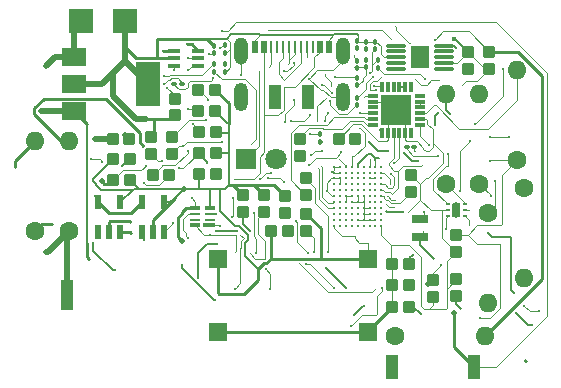
<source format=gtl>
%TF.GenerationSoftware,KiCad,Pcbnew,7.0.5*%
%TF.CreationDate,2023-07-24T14:08:39-04:00*%
%TF.ProjectId,GPSPCB,47505350-4342-42e6-9b69-6361645f7063,00*%
%TF.SameCoordinates,Original*%
%TF.FileFunction,Copper,L1,Top*%
%TF.FilePolarity,Positive*%
%FSLAX46Y46*%
G04 Gerber Fmt 4.6, Leading zero omitted, Abs format (unit mm)*
G04 Created by KiCad (PCBNEW 7.0.5) date 2023-07-24 14:08:39*
%MOMM*%
%LPD*%
G01*
G04 APERTURE LIST*
G04 Aperture macros list*
%AMRoundRect*
0 Rectangle with rounded corners*
0 $1 Rounding radius*
0 $2 $3 $4 $5 $6 $7 $8 $9 X,Y pos of 4 corners*
0 Add a 4 corners polygon primitive as box body*
4,1,4,$2,$3,$4,$5,$6,$7,$8,$9,$2,$3,0*
0 Add four circle primitives for the rounded corners*
1,1,$1+$1,$2,$3*
1,1,$1+$1,$4,$5*
1,1,$1+$1,$6,$7*
1,1,$1+$1,$8,$9*
0 Add four rect primitives between the rounded corners*
20,1,$1+$1,$2,$3,$4,$5,0*
20,1,$1+$1,$4,$5,$6,$7,0*
20,1,$1+$1,$6,$7,$8,$9,0*
20,1,$1+$1,$8,$9,$2,$3,0*%
%AMFreePoly0*
4,1,14,0.100000,0.600000,0.350000,0.600000,0.350000,-0.600000,0.100000,-0.600000,0.100000,-0.650000,-0.100000,-0.650000,-0.100000,-0.600000,-0.350000,-0.600000,-0.350000,0.450000,-0.200000,0.600000,-0.100000,0.600000,-0.100000,0.650000,0.100000,0.650000,0.100000,0.600000,0.100000,0.600000,$1*%
G04 Aperture macros list end*
%TA.AperFunction,NonConductor*%
%ADD10C,0.200000*%
%TD*%
%TA.AperFunction,SMDPad,CuDef*%
%ADD11RoundRect,0.250000X-0.287500X-0.275000X0.287500X-0.275000X0.287500X0.275000X-0.287500X0.275000X0*%
%TD*%
%TA.AperFunction,SMDPad,CuDef*%
%ADD12RoundRect,0.250000X0.275000X-0.287500X0.275000X0.287500X-0.275000X0.287500X-0.275000X-0.287500X0*%
%TD*%
%TA.AperFunction,SMDPad,CuDef*%
%ADD13RoundRect,0.100000X0.100000X-0.130000X0.100000X0.130000X-0.100000X0.130000X-0.100000X-0.130000X0*%
%TD*%
%TA.AperFunction,SMDPad,CuDef*%
%ADD14RoundRect,0.250000X-0.275000X0.287500X-0.275000X-0.287500X0.275000X-0.287500X0.275000X0.287500X0*%
%TD*%
%TA.AperFunction,SMDPad,CuDef*%
%ADD15RoundRect,0.250000X0.287500X0.275000X-0.287500X0.275000X-0.287500X-0.275000X0.287500X-0.275000X0*%
%TD*%
%TA.AperFunction,SMDPad,CuDef*%
%ADD16R,1.000000X2.000000*%
%TD*%
%TA.AperFunction,ComponentPad*%
%ADD17C,1.600000*%
%TD*%
%TA.AperFunction,ComponentPad*%
%ADD18O,1.600000X1.600000*%
%TD*%
%TA.AperFunction,SMDPad,CuDef*%
%ADD19R,2.000000X1.500000*%
%TD*%
%TA.AperFunction,SMDPad,CuDef*%
%ADD20R,2.000000X3.800000*%
%TD*%
%TA.AperFunction,SMDPad,CuDef*%
%ADD21RoundRect,0.100000X-0.100000X0.130000X-0.100000X-0.130000X0.100000X-0.130000X0.100000X0.130000X0*%
%TD*%
%TA.AperFunction,ComponentPad*%
%ADD22R,1.800000X1.800000*%
%TD*%
%TA.AperFunction,ComponentPad*%
%ADD23C,1.800000*%
%TD*%
%TA.AperFunction,SMDPad,CuDef*%
%ADD24RoundRect,0.100000X0.130000X0.100000X-0.130000X0.100000X-0.130000X-0.100000X0.130000X-0.100000X0*%
%TD*%
%TA.AperFunction,SMDPad,CuDef*%
%ADD25RoundRect,0.062500X-0.112500X-0.062500X0.112500X-0.062500X0.112500X0.062500X-0.112500X0.062500X0*%
%TD*%
%TA.AperFunction,SMDPad,CuDef*%
%ADD26FreePoly0,0.000000*%
%TD*%
%TA.AperFunction,SMDPad,CuDef*%
%ADD27R,1.000000X0.300000*%
%TD*%
%TA.AperFunction,SMDPad,CuDef*%
%ADD28R,0.950000X0.250000*%
%TD*%
%TA.AperFunction,SMDPad,CuDef*%
%ADD29R,0.950000X0.300000*%
%TD*%
%TA.AperFunction,SMDPad,CuDef*%
%ADD30R,0.600000X1.200000*%
%TD*%
%TA.AperFunction,SMDPad,CuDef*%
%ADD31R,1.500000X1.500000*%
%TD*%
%TA.AperFunction,SMDPad,CuDef*%
%ADD32R,1.000000X2.500000*%
%TD*%
%TA.AperFunction,SMDPad,CuDef*%
%ADD33RoundRect,0.100000X-0.130000X-0.100000X0.130000X-0.100000X0.130000X0.100000X-0.130000X0.100000X0*%
%TD*%
%TA.AperFunction,SMDPad,CuDef*%
%ADD34R,0.300000X0.850000*%
%TD*%
%TA.AperFunction,SMDPad,CuDef*%
%ADD35R,0.850000X0.300000*%
%TD*%
%TA.AperFunction,SMDPad,CuDef*%
%ADD36R,2.650000X2.650000*%
%TD*%
%TA.AperFunction,SMDPad,CuDef*%
%ADD37R,0.520000X1.000000*%
%TD*%
%TA.AperFunction,SMDPad,CuDef*%
%ADD38R,0.270000X1.000000*%
%TD*%
%TA.AperFunction,ComponentPad*%
%ADD39O,1.158000X2.316000*%
%TD*%
%TA.AperFunction,ComponentPad*%
%ADD40O,1.200000X2.400000*%
%TD*%
%TA.AperFunction,SMDPad,CuDef*%
%ADD41R,2.000000X2.000000*%
%TD*%
%TA.AperFunction,SMDPad,CuDef*%
%ADD42R,1.400000X0.700000*%
%TD*%
%TA.AperFunction,SMDPad,CuDef*%
%ADD43O,1.699999X0.299999*%
%TD*%
%TA.AperFunction,SMDPad,CuDef*%
%ADD44R,1.569999X1.879999*%
%TD*%
%TA.AperFunction,SMDPad,CuDef*%
%ADD45C,0.290000*%
%TD*%
%TA.AperFunction,SMDPad,CuDef*%
%ADD46R,1.050000X0.400000*%
%TD*%
%TA.AperFunction,ViaPad*%
%ADD47C,0.500000*%
%TD*%
%TA.AperFunction,ViaPad*%
%ADD48C,0.200000*%
%TD*%
%TA.AperFunction,ViaPad*%
%ADD49C,0.250000*%
%TD*%
%TA.AperFunction,ViaPad*%
%ADD50C,0.120000*%
%TD*%
%TA.AperFunction,ViaPad*%
%ADD51C,0.400000*%
%TD*%
%TA.AperFunction,Conductor*%
%ADD52C,0.250000*%
%TD*%
%TA.AperFunction,Conductor*%
%ADD53C,0.100000*%
%TD*%
%TA.AperFunction,Conductor*%
%ADD54C,0.050000*%
%TD*%
%TA.AperFunction,Conductor*%
%ADD55C,0.500000*%
%TD*%
%TA.AperFunction,Conductor*%
%ADD56C,0.200000*%
%TD*%
G04 APERTURE END LIST*
D10*
X122301980Y-80850000D02*
G75*
G03*
X122301980Y-80850000I-101980J0D01*
G01*
D11*
%TO.P,C11,1*%
%TO.N,-BATT*%
X94580000Y-64970000D03*
%TO.P,C11,2*%
%TO.N,BATTICIN*%
X96005000Y-64970000D03*
%TD*%
D12*
%TO.P,C21,1*%
%TO.N,Net-(IC3-RFI_P)*%
X103632000Y-69800500D03*
%TO.P,C21,2*%
%TO.N,-BATT*%
X103632000Y-68375500D03*
%TD*%
D13*
%TO.P,R9,1*%
%TO.N,+1V1*%
X109680000Y-55990000D03*
%TO.P,R9,2*%
%TO.N,Net-(IC2-IN+)*%
X109680000Y-55350000D03*
%TD*%
D14*
%TO.P,C19,1*%
%TO.N,-BATT*%
X117348000Y-54659500D03*
%TO.P,C19,2*%
%TO.N,Net-(C13-Pad1)*%
X117348000Y-56084500D03*
%TD*%
%TO.P,C22,1*%
%TO.N,Net-(IC3-RFI_N)*%
X92260000Y-61845000D03*
%TO.P,C22,2*%
%TO.N,RF2*%
X92260000Y-63270000D03*
%TD*%
D11*
%TO.P,C24,1*%
%TO.N,Net-(IC4-RFC)*%
X90620000Y-65080000D03*
%TO.P,C24,2*%
%TO.N,Net-(C24-Pad2)*%
X92045000Y-65080000D03*
%TD*%
D15*
%TO.P,C10,1*%
%TO.N,-BATT*%
X95952500Y-63230000D03*
%TO.P,C10,2*%
%TO.N,+1V0*%
X94527500Y-63230000D03*
%TD*%
D11*
%TO.P,C10,1*%
%TO.N,-BATT*%
X110935000Y-72652000D03*
%TO.P,C10,2*%
%TO.N,+1V0*%
X112360000Y-72652000D03*
%TD*%
D16*
%TO.P,ANT1,2,NC*%
%TO.N,unconnected-(ANT1-NC-Pad2)*%
X110862000Y-81330000D03*
%TO.P,ANT1,1,FEED*%
%TO.N,Net-(ANT1-FEED)*%
X117862000Y-81330000D03*
%TD*%
D17*
%TO.P,L5,1,1*%
%TO.N,Net-(C13-Pad1)*%
X119000000Y-68290000D03*
D18*
%TO.P,L5,2,2*%
%TO.N,Net-(IC3-RFO)*%
X119000000Y-75910000D03*
%TD*%
D13*
%TO.P,R14,1*%
%TO.N,ANTOUT*%
X95850000Y-54770000D03*
%TO.P,R14,2*%
%TO.N,-BATT*%
X95850000Y-54130000D03*
%TD*%
D19*
%TO.P,U3,1,IN*%
%TO.N,+1V0*%
X83930000Y-55080000D03*
%TO.P,U3,2,GND*%
%TO.N,-BATT*%
X83930000Y-57380000D03*
D20*
X90230000Y-57380000D03*
D19*
%TO.P,U3,3,OUT*%
%TO.N,+1V5*%
X83930000Y-59680000D03*
%TD*%
D13*
%TO.P,R2,1*%
%TO.N,-BATT*%
X107950000Y-57470000D03*
%TO.P,R2,2*%
%TO.N,Net-(J1-CC2)*%
X107950000Y-56830000D03*
%TD*%
%TO.P,R6,1*%
%TO.N,Net-(U4-TS)*%
X108712000Y-54422000D03*
%TO.P,R6,2*%
%TO.N,-BATT*%
X108712000Y-53782000D03*
%TD*%
D21*
%TO.P,R16,1*%
%TO.N,Net-(IC5-IN+)*%
X96750000Y-54100000D03*
%TO.P,R16,2*%
%TO.N,-BATT*%
X96750000Y-54740000D03*
%TD*%
D15*
%TO.P,C15,1*%
%TO.N,+1V1*%
X88705000Y-63710000D03*
%TO.P,C15,2*%
%TO.N,-BATT*%
X87280000Y-63710000D03*
%TD*%
D13*
%TO.P,R1,1*%
%TO.N,Net-(U2-EP)*%
X104810000Y-62260000D03*
%TO.P,R1,2*%
%TO.N,Net-(ANT1-FEED)*%
X104810000Y-61620000D03*
%TD*%
D17*
%TO.P,L2,1,1*%
%TO.N,Net-(IC3-RFO)*%
X118300000Y-65810000D03*
D18*
%TO.P,L2,2,2*%
%TO.N,Net-(C16-Pad2)*%
X118300000Y-58190000D03*
%TD*%
D14*
%TO.P,C14,1*%
%TO.N,Net-(IC3-VREG)*%
X116300000Y-70150000D03*
%TO.P,C14,2*%
%TO.N,-BATT*%
X116300000Y-71575000D03*
%TD*%
D22*
%TO.P,D2,1,K*%
%TO.N,Net-(D2-K)*%
X98547000Y-63754000D03*
D23*
%TO.P,D2,2,A*%
%TO.N,Net-(D2-A)*%
X101087000Y-63754000D03*
%TD*%
D12*
%TO.P,C4,1*%
%TO.N,CrystalB*%
X98298000Y-68227000D03*
%TO.P,C4,2*%
%TO.N,-BATT*%
X98298000Y-66802000D03*
%TD*%
D17*
%TO.P,L3,1,1*%
%TO.N,Net-(IC3-VREG)*%
X111130000Y-78720000D03*
D18*
%TO.P,L3,2,2*%
%TO.N,Net-(IC3-VDD_IN)*%
X118750000Y-78720000D03*
%TD*%
D12*
%TO.P,C25,1*%
%TO.N,Net-(C24-Pad2)*%
X90530000Y-63290000D03*
%TO.P,C25,2*%
%TO.N,-BATT*%
X90530000Y-61865000D03*
%TD*%
D14*
%TO.P,C9,1*%
%TO.N,Net-(ANT1-FEED)*%
X114350000Y-73975000D03*
%TO.P,C9,2*%
%TO.N,-BATT*%
X114350000Y-75400000D03*
%TD*%
D11*
%TO.P,C27,1*%
%TO.N,Net-(IC4-CTRL)*%
X94500000Y-59650000D03*
%TO.P,C27,2*%
%TO.N,-BATT*%
X95925000Y-59650000D03*
%TD*%
D24*
%TO.P,R15,1*%
%TO.N,+1V1*%
X93110000Y-57350000D03*
%TO.P,R15,2*%
%TO.N,Net-(IC5-IN+)*%
X92470000Y-57350000D03*
%TD*%
D21*
%TO.P,R4,1*%
%TO.N,Net-(U4-ISET)*%
X108712000Y-55306000D03*
%TO.P,R4,2*%
%TO.N,-BATT*%
X108712000Y-55946000D03*
%TD*%
D11*
%TO.P,C6,1*%
%TO.N,+1V0*%
X87312500Y-65460000D03*
%TO.P,C6,2*%
%TO.N,-BATT*%
X88737500Y-65460000D03*
%TD*%
D25*
%TO.P,U2,1,VENABLE*%
%TO.N,Net-(U2-VENABLE)*%
X115607000Y-67572000D03*
%TO.P,U2,2,GND*%
%TO.N,-BATT*%
X115607000Y-68072000D03*
%TO.P,U2,3,RFIN*%
%TO.N,Net-(ANT1-FEED)*%
X115607000Y-68572000D03*
%TO.P,U2,4,RFOUT*%
%TO.N,LNA_OUT*%
X117057000Y-68572000D03*
%TO.P,U2,5,GND*%
%TO.N,-BATT*%
X117057000Y-68072000D03*
%TO.P,U2,6,VCC*%
%TO.N,Net-(U2-VCC)*%
X117057000Y-67572000D03*
D26*
%TO.P,U2,7,EP*%
%TO.N,Net-(U2-EP)*%
X116332000Y-68072000D03*
%TD*%
D17*
%TO.P,L7,1,1*%
%TO.N,Net-(IC3-RFI_P)*%
X122100000Y-66140000D03*
D18*
%TO.P,L7,2,2*%
%TO.N,Net-(IC3-RFI_N)*%
X122100000Y-73760000D03*
%TD*%
D27*
%TO.P,IC6,1,1A*%
%TO.N,LNA_OUT*%
X95425000Y-69350000D03*
D28*
%TO.P,IC6,2,1B*%
%TO.N,unconnected-(IC6-1B-Pad2)*%
X95450000Y-68850000D03*
%TO.P,IC6,3,2Y*%
%TO.N,SLEEP*%
X95450000Y-68350000D03*
D29*
%TO.P,IC6,4,GND*%
%TO.N,-BATT*%
X95450000Y-67850000D03*
%TO.P,IC6,5,2A*%
%TO.N,ANTOUT*%
X94200000Y-67850000D03*
D28*
%TO.P,IC6,6,2B*%
%TO.N,OutDelayed*%
X94200000Y-68350000D03*
%TO.P,IC6,7,1Y*%
%TO.N,unconnected-(IC6-1Y-Pad7)*%
X94200000Y-68850000D03*
D29*
%TO.P,IC6,8,VCC*%
%TO.N,+1V5*%
X94200000Y-69350000D03*
%TD*%
D30*
%TO.P,IC5,1,OUT*%
%TO.N,OutDelayed*%
X89700000Y-69900000D03*
%TO.P,IC5,2,V-*%
%TO.N,-BATT*%
X90650000Y-69900000D03*
%TO.P,IC5,3,IN+*%
%TO.N,Net-(IC5-IN+)*%
X91600000Y-69900000D03*
%TO.P,IC5,4,IN-*%
%TO.N,-BATT*%
X91600000Y-67400000D03*
%TO.P,IC5,5,V+*%
%TO.N,+1V1*%
X89700000Y-67400000D03*
%TD*%
D13*
%TO.P,R10,1*%
%TO.N,Net-(IC2-IN+)*%
X109474000Y-54422000D03*
%TO.P,R10,2*%
%TO.N,-BATT*%
X109474000Y-53782000D03*
%TD*%
D31*
%TO.P,ANT2,1,1*%
%TO.N,-BATT*%
X108880000Y-78370000D03*
%TO.P,ANT2,2,2*%
X108880000Y-72150000D03*
%TO.P,ANT2,3,3*%
X96120000Y-78370000D03*
%TO.P,ANT2,4,4*%
X96120000Y-72150000D03*
D32*
%TO.P,ANT2,5,FEED*%
%TO.N,ANTOUT*%
X83370000Y-75260000D03*
%TD*%
D14*
%TO.P,C13,1*%
%TO.N,Net-(C13-Pad1)*%
X103632000Y-65327500D03*
%TO.P,C13,2*%
%TO.N,Net-(IC3-RFO)*%
X103632000Y-66752500D03*
%TD*%
D12*
%TO.P,C20,1*%
%TO.N,-BATT*%
X92480000Y-60040000D03*
%TO.P,C20,2*%
%TO.N,RF1*%
X92480000Y-58615000D03*
%TD*%
D11*
%TO.P,C11,1*%
%TO.N,-BATT*%
X110935000Y-74430000D03*
%TO.P,C11,2*%
%TO.N,BATTICIN*%
X112360000Y-74430000D03*
%TD*%
D13*
%TO.P,R8,1*%
%TO.N,-BATT*%
X96750000Y-56320000D03*
%TO.P,R8,2*%
%TO.N,Net-(J1-CC1)*%
X96750000Y-55680000D03*
%TD*%
D33*
%TO.P,R3,1*%
%TO.N,Net-(U2-VENABLE)*%
X112130000Y-62750000D03*
%TO.P,R3,2*%
%TO.N,+1V0*%
X112770000Y-62750000D03*
%TD*%
D34*
%TO.P,IC3,1,VDD_IN*%
%TO.N,Net-(IC3-VDD_IN)*%
X110022000Y-61558000D03*
%TO.P,IC3,2,GND_1*%
%TO.N,-BATT*%
X110522000Y-61558000D03*
%TO.P,IC3,3,XTA*%
%TO.N,CrystalA*%
X111022000Y-61558000D03*
%TO.P,IC3,4,XTB*%
%TO.N,CrystalB*%
X111522000Y-61558000D03*
%TO.P,IC3,5,GND_2*%
%TO.N,-BATT*%
X112022000Y-61558000D03*
%TO.P,IC3,6,DIO3*%
%TO.N,DIO3*%
X112522000Y-61558000D03*
D35*
%TO.P,IC3,7,VREG*%
%TO.N,Net-(IC3-VREG)*%
X113222000Y-60858000D03*
%TO.P,IC3,8,GND_3*%
%TO.N,-BATT*%
X113222000Y-60358000D03*
%TO.P,IC3,9,DCC_SW*%
%TO.N,Net-(IC3-DCC_SW)*%
X113222000Y-59858000D03*
%TO.P,IC3,10,VBAT*%
%TO.N,Net-(IC3-VBAT)*%
X113222000Y-59358000D03*
%TO.P,IC3,11,VBAT_IO*%
X113222000Y-58858000D03*
%TO.P,IC3,12,DIO2*%
%TO.N,DIO2*%
X113222000Y-58358000D03*
D34*
%TO.P,IC3,13,DIO1*%
%TO.N,DIO1*%
X112522000Y-57658000D03*
%TO.P,IC3,14,BUSY*%
%TO.N,Net-(IC3-BUSY)*%
X112022000Y-57658000D03*
%TO.P,IC3,15,NRESET*%
X111522000Y-57658000D03*
%TO.P,IC3,16,MISO*%
%TO.N,MISO*%
X111022000Y-57658000D03*
%TO.P,IC3,17,MOSI*%
%TO.N,MOSI*%
X110522000Y-57658000D03*
%TO.P,IC3,18,SCK*%
%TO.N,SPICLK*%
X110022000Y-57658000D03*
D35*
%TO.P,IC3,19,NSS*%
%TO.N,NSS*%
X109322000Y-58358000D03*
%TO.P,IC3,20,GND_4*%
%TO.N,-BATT*%
X109322000Y-58858000D03*
%TO.P,IC3,21,RFI_P*%
%TO.N,Net-(IC3-RFI_P)*%
X109322000Y-59358000D03*
%TO.P,IC3,22,RFI_N*%
%TO.N,Net-(IC3-RFI_N)*%
X109322000Y-59858000D03*
%TO.P,IC3,23,RFO*%
%TO.N,Net-(IC3-RFO)*%
X109322000Y-60358000D03*
%TO.P,IC3,24,VR_PA*%
%TO.N,Net-(IC3-VR_PA)*%
X109322000Y-60858000D03*
D36*
%TO.P,IC3,25,GND_5*%
%TO.N,-BATT*%
X111272000Y-59608000D03*
%TD*%
D11*
%TO.P,C26,1*%
%TO.N,ANTOUT*%
X94560000Y-61430000D03*
%TO.P,C26,2*%
%TO.N,-BATT*%
X95985000Y-61430000D03*
%TD*%
D17*
%TO.P,L8,1,1*%
%TO.N,ANTOUT*%
X83550000Y-69810000D03*
D18*
%TO.P,L8,2,2*%
%TO.N,Net-(C24-Pad2)*%
X83550000Y-62190000D03*
%TD*%
D37*
%TO.P,J1,1,GND*%
%TO.N,-BATT*%
X99320000Y-54240000D03*
%TO.P,J1,2,VBUS*%
%TO.N,BATTICIN*%
X100070000Y-54240000D03*
D38*
%TO.P,J1,3,CC1*%
%TO.N,Net-(J1-CC1)*%
X100670000Y-54240000D03*
%TO.P,J1,4,SBU2*%
%TO.N,unconnected-(J1-SBU2-Pad4)*%
X101170000Y-54240000D03*
%TO.P,J1,5,D-*%
%TO.N,D-*%
X101670000Y-54240000D03*
%TO.P,J1,6,D+*%
%TO.N,D+*%
X102170000Y-54240000D03*
%TO.P,J1,7,D+*%
X102670000Y-54240000D03*
%TO.P,J1,8,D-*%
%TO.N,D-*%
X103170000Y-54240000D03*
%TO.P,J1,9,CC2*%
%TO.N,Net-(J1-CC2)*%
X103670000Y-54240000D03*
%TO.P,J1,10,SBU1*%
%TO.N,unconnected-(J1-SBU1-Pad10)*%
X104170000Y-54240000D03*
D37*
%TO.P,J1,11,VBUS*%
%TO.N,BATTICIN*%
X104770000Y-54240000D03*
%TO.P,J1,12,GND*%
%TO.N,-BATT*%
X105520000Y-54240000D03*
D16*
%TO.P,J1,S1,SHIELD*%
%TO.N,unconnected-(J1-SHIELD-PadS1)*%
X101020000Y-58440000D03*
%TO.P,J1,S2,SHIELD*%
X103820000Y-58440000D03*
D39*
%TO.P,J1,S3,SHIELD*%
X98100000Y-54615000D03*
%TO.P,J1,S4,SHIELD*%
X106740000Y-54615000D03*
D40*
%TO.P,J1,S5,SHIELD*%
X98100000Y-58440000D03*
%TO.P,J1,S6,SHIELD*%
X106740000Y-58440000D03*
%TD*%
D15*
%TO.P,C8,1*%
%TO.N,+1V0*%
X112312500Y-76250000D03*
%TO.P,C8,2*%
%TO.N,-BATT*%
X110887500Y-76250000D03*
%TD*%
D17*
%TO.P,L4,1,1*%
%TO.N,Net-(IC3-VREG)*%
X121500000Y-63810000D03*
D18*
%TO.P,L4,2,2*%
%TO.N,Net-(IC3-DCC_SW)*%
X121500000Y-56190000D03*
%TD*%
D14*
%TO.P,C18,1*%
%TO.N,Net-(IC3-VDD_IN)*%
X119126000Y-54659500D03*
%TO.P,C18,2*%
%TO.N,-BATT*%
X119126000Y-56084500D03*
%TD*%
D41*
%TO.P,TP,1,1*%
%TO.N,+1V0*%
X84550000Y-52050000D03*
%TD*%
D12*
%TO.P,C7,1*%
%TO.N,+1V5*%
X100076000Y-68227000D03*
%TO.P,C7,2*%
%TO.N,-BATT*%
X100076000Y-66802000D03*
%TD*%
%TO.P,C23,1*%
%TO.N,RF2*%
X101854000Y-68276500D03*
%TO.P,C23,2*%
%TO.N,-BATT*%
X101854000Y-66851500D03*
%TD*%
%TO.P,C1,1*%
%TO.N,Net-(IC1-RSTN)*%
X112522000Y-66498500D03*
%TO.P,C1,2*%
%TO.N,-BATT*%
X112522000Y-65073500D03*
%TD*%
D17*
%TO.P,L6,1,1*%
%TO.N,RF1*%
X80650000Y-69810000D03*
D18*
%TO.P,L6,2,2*%
%TO.N,Net-(C13-Pad1)*%
X80650000Y-62190000D03*
%TD*%
D42*
%TO.P,Y2,1,1*%
%TO.N,CrystalA*%
X113284000Y-70346000D03*
%TO.P,Y2,2,2*%
%TO.N,CrystalB*%
X113284000Y-68846000D03*
%TD*%
D30*
%TO.P,IC2,1,OUT*%
%TO.N,OP1_OUT*%
X86000000Y-69900000D03*
%TO.P,IC2,2,V-*%
%TO.N,-BATT*%
X86950000Y-69900000D03*
%TO.P,IC2,3,IN+*%
%TO.N,Net-(IC2-IN+)*%
X87900000Y-69900000D03*
%TO.P,IC2,4,IN-*%
%TO.N,-BATT*%
X87900000Y-67400000D03*
%TO.P,IC2,5,V+*%
%TO.N,+1V1*%
X86000000Y-67400000D03*
%TD*%
D41*
%TO.P,TP2,1,1*%
%TO.N,-BATT*%
X88300000Y-52050000D03*
%TD*%
D14*
%TO.P,C16,1*%
%TO.N,Net-(IC3-VR_PA)*%
X103124000Y-62025500D03*
%TO.P,C16,2*%
%TO.N,Net-(C16-Pad2)*%
X103124000Y-63450500D03*
%TD*%
D15*
%TO.P,C12,1*%
%TO.N,Net-(IC3-BUSY)*%
X102058500Y-69850000D03*
%TO.P,C12,2*%
%TO.N,-BATT*%
X100633500Y-69850000D03*
%TD*%
D11*
%TO.P,C17,1*%
%TO.N,-BATT*%
X106372500Y-61990000D03*
%TO.P,C17,2*%
%TO.N,Net-(IC3-VBAT)*%
X107797500Y-61990000D03*
%TD*%
D21*
%TO.P,R7,1*%
%TO.N,+1V0*%
X95850000Y-55680000D03*
%TO.P,R7,2*%
%TO.N,Net-(D2-A)*%
X95850000Y-56320000D03*
%TD*%
D43*
%TO.P,U4,1,IN*%
%TO.N,BATTICIN*%
X111190002Y-54119999D03*
%TO.P,U4,2,ISET*%
%TO.N,Net-(U4-ISET)*%
X111190002Y-54619998D03*
%TO.P,U4,3,VSS*%
%TO.N,-BATT*%
X111190002Y-55120000D03*
%TO.P,U4,4,PRE-TERM*%
%TO.N,Net-(U4-PRE-TERM)*%
X111190002Y-55619999D03*
%TO.P,U4,5,PG_N*%
%TO.N,unconnected-(U4-PG_N-Pad5)*%
X111190002Y-56120001D03*
%TO.P,U4,6,NC*%
%TO.N,unconnected-(U4-NC-Pad6)*%
X115290001Y-56120001D03*
%TO.P,U4,7,ISET2*%
%TO.N,-BATT*%
X115290001Y-55619999D03*
%TO.P,U4,8,CHG_N*%
%TO.N,Net-(D2-K)*%
X115290001Y-55120000D03*
%TO.P,U4,9,TS*%
%TO.N,Net-(U4-TS)*%
X115290001Y-54619998D03*
%TO.P,U4,10,OUT*%
%TO.N,+1V0*%
X115290001Y-54119999D03*
D44*
%TO.P,U4,11,PAD*%
%TO.N,unconnected-(U4-PAD-Pad11)*%
X113240000Y-55120000D03*
%TD*%
D13*
%TO.P,R5,1*%
%TO.N,Net-(U4-PRE-TERM)*%
X107950000Y-54331000D03*
%TO.P,R5,2*%
%TO.N,-BATT*%
X107950000Y-53691000D03*
%TD*%
D45*
%TO.P,STA8090FG,L9,GND_22*%
%TO.N,-BATT*%
X109990000Y-69370000D03*
%TO.P,STA8090FG,L8,VINL2*%
%TO.N,+1V0*%
X109490000Y-69370000D03*
%TO.P,STA8090FG,L7,VOL2*%
%TO.N,+1V1*%
X108990000Y-69370000D03*
%TO.P,STA8090FG,L6,LNA_IN*%
%TO.N,LNA_IN*%
X108490000Y-69370000D03*
%TO.P,STA8090FG,L5,VCC_RF*%
%TO.N,+1V1*%
X107990000Y-69370000D03*
%TO.P,STA8090FG,L4,MMC_D0*%
%TO.N,unconnected-(IC1-MMC_D0-PadL4)*%
X107490000Y-69370000D03*
%TO.P,STA8090FG,L3,I2C_CLK*%
%TO.N,unconnected-(IC1-I2C_CLK-PadL3)*%
X106990000Y-69370000D03*
%TO.P,STA8090FG,L2,I2C_SD*%
%TO.N,unconnected-(IC1-I2C_SD-PadL2)*%
X106490000Y-69370000D03*
%TO.P,STA8090FG,L1,GND_21*%
%TO.N,-BATT*%
X105990000Y-69370000D03*
%TO.P,STA8090FG,K9,ANT__SENSE1*%
%TO.N,unconnected-(IC1-ANT__SENSE1-PadK9)*%
X109990000Y-68870000D03*
%TO.P,STA8090FG,K8,GND_LNA*%
%TO.N,-BATT*%
X109490000Y-68870000D03*
%TO.P,STA8090FG,K7,GND_20*%
X108990000Y-68870000D03*
%TO.P,STA8090FG,K6,GND_19*%
X108490000Y-68870000D03*
%TO.P,STA8090FG,K5,GND_18*%
X107990000Y-68870000D03*
%TO.P,STA8090FG,K4,MMC_D1*%
%TO.N,unconnected-(IC1-MMC_D1-PadK4)*%
X107490000Y-68870000D03*
%TO.P,STA8090FG,K3,GPIO2*%
%TO.N,unconnected-(IC1-GPIO2-PadK3)*%
X106990000Y-68870000D03*
%TO.P,STA8090FG,K2,VDDIO__R2*%
%TO.N,unconnected-(IC1-VDDIO__R2-PadK2)*%
X106490000Y-68870000D03*
%TO.P,STA8090FG,K1,UART0__RX_2*%
%TO.N,unconnected-(IC1-UART0__RX_2-PadK1)*%
X105990000Y-68870000D03*
%TO.P,STA8090FG,J9,VCC_CHAIN*%
%TO.N,+1V1*%
X109990000Y-68370000D03*
%TO.P,STA8090FG,J8,ANT__SENSE2*%
%TO.N,unconnected-(IC1-ANT__SENSE2-PadJ8)*%
X109490000Y-68370000D03*
%TO.P,STA8090FG,J7,GND_17*%
%TO.N,-BATT*%
X108990000Y-68370000D03*
%TO.P,STA8090FG,J6,GND_16*%
X108490000Y-68370000D03*
%TO.P,STA8090FG,J5,TP_IF_P*%
%TO.N,unconnected-(IC1-TP_IF_P-PadJ5)*%
X107990000Y-68370000D03*
%TO.P,STA8090FG,J4,MMC__CMD*%
%TO.N,unconnected-(IC1-MMC__CMD-PadJ4)*%
X107490000Y-68370000D03*
%TO.P,STA8090FG,J3,MMC_D2*%
%TO.N,unconnected-(IC1-MMC_D2-PadJ3)*%
X106990000Y-68370000D03*
%TO.P,STA8090FG,J2,GPIO11*%
%TO.N,unconnected-(IC1-GPIO11-PadJ2)*%
X106490000Y-68370000D03*
%TO.P,STA8090FG,J1,UART0__TX_2*%
%TO.N,unconnected-(IC1-UART0__TX_2-PadJ1)*%
X105990000Y-68370000D03*
%TO.P,STA8090FG,H9,XTAL_IN*%
%TO.N,unconnected-(IC1-XTAL_IN-PadH9)*%
X109990000Y-67870000D03*
%TO.P,STA8090FG,H8,VCC_PLL*%
%TO.N,+1V1*%
X109490000Y-67870000D03*
%TO.P,STA8090FG,H7,GND_15*%
%TO.N,-BATT*%
X108990000Y-67870000D03*
%TO.P,STA8090FG,H6,GND_14*%
X108490000Y-67870000D03*
%TO.P,STA8090FG,H5,TP_IF_N*%
%TO.N,unconnected-(IC1-TP_IF_N-PadH5)*%
X107990000Y-67870000D03*
%TO.P,STA8090FG,H4,MMC__CLK*%
%TO.N,unconnected-(IC1-MMC__CLK-PadH4)*%
X107490000Y-67870000D03*
%TO.P,STA8090FG,H3,MMC_D3*%
%TO.N,unconnected-(IC1-MMC_D3-PadH3)*%
X106990000Y-67870000D03*
%TO.P,STA8090FG,H2,GPIO10*%
%TO.N,unconnected-(IC1-GPIO10-PadH2)*%
X106490000Y-67870000D03*
%TO.P,STA8090FG,H1,USB_DM*%
%TO.N,D-*%
X105990000Y-67870000D03*
%TO.P,STA8090FG,G9,XTAL__OUT*%
%TO.N,unconnected-(IC1-XTAL__OUT-PadG9)*%
X109990000Y-67370000D03*
%TO.P,STA8090FG,G8,PMU__CFG*%
%TO.N,unconnected-(IC1-PMU__CFG-PadG8)*%
X109490000Y-67370000D03*
%TO.P,STA8090FG,G7,STDBY__OUT*%
%TO.N,unconnected-(IC1-STDBY__OUT-PadG7)*%
X108990000Y-67370000D03*
%TO.P,STA8090FG,G6,GND_13*%
%TO.N,-BATT*%
X108490000Y-67370000D03*
%TO.P,STA8090FG,G5,GND_12*%
X107990000Y-67370000D03*
%TO.P,STA8090FG,G4,GND_11*%
X107490000Y-67370000D03*
%TO.P,STA8090FG,G3,VDDD_4*%
%TO.N,+1V1*%
X106990000Y-67370000D03*
%TO.P,STA8090FG,G2,TCK*%
%TO.N,unconnected-(IC1-TCK-PadG2)*%
X106490000Y-67370000D03*
%TO.P,STA8090FG,G1,USB_DP*%
%TO.N,D+*%
X105990000Y-67370000D03*
%TO.P,STA8090FG,F9,RSTN*%
%TO.N,Net-(IC1-RSTN)*%
X109990000Y-66870000D03*
%TO.P,STA8090FG,F8,STDBYN*%
%TO.N,SLEEP*%
X109490000Y-66870000D03*
%TO.P,STA8090FG,F7,WAKEUP1*%
%TO.N,unconnected-(IC1-WAKEUP1-PadF7)*%
X108990000Y-66870000D03*
%TO.P,STA8090FG,F6,GND_10*%
%TO.N,-BATT*%
X108490000Y-66870000D03*
%TO.P,STA8090FG,F5,GND_9*%
X107990000Y-66870000D03*
%TO.P,STA8090FG,F4,VDDD_3*%
%TO.N,+1V1*%
X107490000Y-66870000D03*
%TO.P,STA8090FG,F3,VDDD_2*%
X106990000Y-66870000D03*
%TO.P,STA8090FG,F2,TDI*%
%TO.N,unconnected-(IC1-TDI-PadF2)*%
X106490000Y-66870000D03*
%TO.P,STA8090FG,F1,GND_8*%
%TO.N,-BATT*%
X105990000Y-66870000D03*
%TO.P,STA8090FG,E9,RTC_XTI*%
%TO.N,CrystalA*%
X109990000Y-66370000D03*
%TO.P,STA8090FG,E8,WAKEUP0*%
%TO.N,LNA_OUT*%
X109490000Y-66370000D03*
%TO.P,STA8090FG,E7,ADC_IN1*%
%TO.N,unconnected-(IC1-ADC_IN1-PadE7)*%
X108990000Y-66370000D03*
%TO.P,STA8090FG,E6,UART0__RX_1*%
%TO.N,unconnected-(IC1-UART0__RX_1-PadE6)*%
X108490000Y-66370000D03*
%TO.P,STA8090FG,E5,VDDD_1*%
%TO.N,+1V1*%
X107990000Y-66370000D03*
%TO.P,STA8090FG,E4,UART0__DCD*%
%TO.N,unconnected-(IC1-UART0__DCD-PadE4)*%
X107490000Y-66370000D03*
%TO.P,STA8090FG,E3,TRSTN*%
%TO.N,unconnected-(IC1-TRSTN-PadE3)*%
X106990000Y-66370000D03*
%TO.P,STA8090FG,E2,TDO*%
%TO.N,unconnected-(IC1-TDO-PadE2)*%
X106490000Y-66370000D03*
%TO.P,STA8090FG,E1,VDD_ANA*%
%TO.N,+1V0*%
X105990000Y-66370000D03*
%TO.P,STA8090FG,D9,RTC_XTO*%
%TO.N,CrystalB*%
X109990000Y-65870000D03*
%TO.P,STA8090FG,D8,GND_7*%
%TO.N,-BATT*%
X109490000Y-65870000D03*
%TO.P,STA8090FG,D7,ADC_IN2*%
%TO.N,unconnected-(IC1-ADC_IN2-PadD7)*%
X108990000Y-65870000D03*
%TO.P,STA8090FG,D6,GND_6*%
%TO.N,-BATT*%
X108490000Y-65870000D03*
%TO.P,STA8090FG,D5,UART0__DTR*%
%TO.N,unconnected-(IC1-UART0__DTR-PadD5)*%
X107990000Y-65870000D03*
%TO.P,STA8090FG,D4,UART0__DSR*%
%TO.N,unconnected-(IC1-UART0__DSR-PadD4)*%
X107490000Y-65870000D03*
%TO.P,STA8090FG,D3,TMS*%
%TO.N,unconnected-(IC1-TMS-PadD3)*%
X106990000Y-65870000D03*
%TO.P,STA8090FG,D2,GND_5*%
%TO.N,-BATT*%
X106490000Y-65870000D03*
%TO.P,STA8090FG,D1,VOM*%
%TO.N,unconnected-(IC1-VOM-PadD1)*%
X105990000Y-65870000D03*
%TO.P,STA8090FG,C9,RESERVED*%
%TO.N,unconnected-(IC1-RESERVED-PadC9)*%
X109990000Y-65370000D03*
%TO.P,STA8090FG,C8,VDD__ADC*%
%TO.N,+1V5*%
X109490000Y-65370000D03*
%TO.P,STA8090FG,C7,VDD_SQI*%
X108990000Y-65370000D03*
%TO.P,STA8090FG,C6,UART0__RTS*%
%TO.N,unconnected-(IC1-UART0__RTS-PadC6)*%
X108490000Y-65370000D03*
%TO.P,STA8090FG,C5,UART2__TX*%
%TO.N,unconnected-(IC1-UART2__TX-PadC5)*%
X107990000Y-65370000D03*
%TO.P,STA8090FG,C4,VDDIO__R1*%
%TO.N,+1V5*%
X107490000Y-65370000D03*
%TO.P,STA8090FG,C3,SPI_DO*%
%TO.N,MOSI*%
X106990000Y-65370000D03*
%TO.P,STA8090FG,C2,GND_4*%
%TO.N,-BATT*%
X106490000Y-65370000D03*
%TO.P,STA8090FG,C1,GND_3*%
X105990000Y-65370000D03*
%TO.P,STA8090FG,B9,GND_2*%
X109990000Y-64870000D03*
%TO.P,STA8090FG,B8,GPIO0*%
%TO.N,unconnected-(IC1-GPIO0-PadB8)*%
X109490000Y-64870000D03*
%TO.P,STA8090FG,B7,GPIO1*%
%TO.N,unconnected-(IC1-GPIO1-PadB7)*%
X108990000Y-64870000D03*
%TO.P,STA8090FG,B6,UART2__RX*%
%TO.N,unconnected-(IC1-UART2__RX-PadB6)*%
X108490000Y-64870000D03*
%TO.P,STA8090FG,B5,UART0__CTS*%
%TO.N,unconnected-(IC1-UART0__CTS-PadB5)*%
X107990000Y-64870000D03*
%TO.P,STA8090FG,B4,UART0__TX_1*%
%TO.N,unconnected-(IC1-UART0__TX_1-PadB4)*%
X107490000Y-64870000D03*
%TO.P,STA8090FG,B3,SPI_DI*%
%TO.N,MISO*%
X106990000Y-64870000D03*
%TO.P,STA8090FG,B2,VLX_2*%
%TO.N,+1V0*%
X106490000Y-64870000D03*
%TO.P,STA8090FG,B1,VLX_1*%
X105990000Y-64870000D03*
%TO.P,STA8090FG,A9,VOB*%
%TO.N,unconnected-(IC1-VOB-PadA9)*%
X109990000Y-64370000D03*
%TO.P,STA8090FG,A8,VINB*%
%TO.N,+1V0*%
X109490000Y-64370000D03*
%TO.P,STA8090FG,A7,GND_1*%
%TO.N,-BATT*%
X108990000Y-64370000D03*
%TO.P,STA8090FG,A6,VOL1*%
%TO.N,unconnected-(IC1-VOL1-PadA6)*%
X108490000Y-64370000D03*
%TO.P,STA8090FG,A5,VINL1*%
%TO.N,+1V0*%
X107990000Y-64370000D03*
%TO.P,STA8090FG,A4,SPI_CSN*%
%TO.N,NSS*%
X107490000Y-64370000D03*
%TO.P,STA8090FG,A3,SPI_CLK*%
%TO.N,SPICLK*%
X106990000Y-64370000D03*
%TO.P,STA8090FG,A2,VINM_2*%
%TO.N,+1V0*%
X106490000Y-64370000D03*
%TO.P,STA8090FG,A1,VINM_1*%
X105990000Y-64370000D03*
%TD*%
D11*
%TO.P,C8,1*%
%TO.N,+1V0*%
X87237500Y-62000000D03*
%TO.P,C8,2*%
%TO.N,-BATT*%
X88662500Y-62000000D03*
%TD*%
D13*
%TO.P,R12,1*%
%TO.N,Net-(IC4-CTRL)*%
X107950000Y-59157000D03*
%TO.P,R12,2*%
%TO.N,DIO2*%
X107950000Y-58517000D03*
%TD*%
D46*
%TO.P,IC4,1,RF1*%
%TO.N,RF1*%
X92400000Y-54550000D03*
%TO.P,IC4,2,GND*%
%TO.N,-BATT*%
X92400000Y-55200000D03*
%TO.P,IC4,3,RF2*%
%TO.N,RF2*%
X92400000Y-55850000D03*
%TO.P,IC4,4,CTRL*%
%TO.N,Net-(IC4-CTRL)*%
X94500000Y-55850000D03*
%TO.P,IC4,5,RFC*%
%TO.N,Net-(IC4-RFC)*%
X94500000Y-55200000D03*
%TO.P,IC4,6,~{CTRL_OR_VDD}*%
%TO.N,+1V5*%
X94500000Y-54550000D03*
%TD*%
D17*
%TO.P,L1,1,1*%
%TO.N,Net-(U2-VCC)*%
X115450000Y-65810000D03*
D18*
%TO.P,L1,2,2*%
%TO.N,+1V0*%
X115450000Y-58190000D03*
%TD*%
D11*
%TO.P,C9,1*%
%TO.N,Net-(ANT1-FEED)*%
X94510000Y-57870000D03*
%TO.P,C9,2*%
%TO.N,-BATT*%
X95935000Y-57870000D03*
%TD*%
D21*
%TO.P,R11,1*%
%TO.N,LNA_OUT*%
X107950000Y-55397000D03*
%TO.P,R11,2*%
%TO.N,-BATT*%
X107950000Y-56037000D03*
%TD*%
D12*
%TO.P,C5,1*%
%TO.N,CrystalA*%
X116300000Y-75350000D03*
%TO.P,C5,2*%
%TO.N,-BATT*%
X116300000Y-73925000D03*
%TD*%
D47*
%TO.N,Net-(ANT1-FEED)*%
X116160000Y-76730000D03*
D48*
X96470000Y-52860000D03*
X94530000Y-57840000D03*
D49*
X115030000Y-72690000D03*
D48*
X95350000Y-58770000D03*
D49*
X103949834Y-61570166D03*
D48*
X115480000Y-69630000D03*
D47*
X113920000Y-74330000D03*
%TO.N,-BATT*%
X90100000Y-60350000D03*
D48*
X105360000Y-66431376D03*
D50*
X108990000Y-63740000D03*
X110750000Y-65830000D03*
D47*
X93300000Y-66225000D03*
D50*
X107672517Y-55929789D03*
X107725000Y-70250000D03*
X108560000Y-65950000D03*
X112260000Y-68230000D03*
X115030000Y-68072000D03*
X107490000Y-67370000D03*
X117410000Y-68060000D03*
X116860000Y-57430000D03*
X112110000Y-71010000D03*
D49*
X88750000Y-69040000D03*
D47*
X87280000Y-58420000D03*
D50*
X109490000Y-65920000D03*
D47*
X88320000Y-61690000D03*
D51*
X116150000Y-53560000D03*
D50*
X108040000Y-53220000D03*
X113897000Y-60458000D03*
%TO.N,+1V0*%
X105990000Y-66400000D03*
D47*
X85750000Y-62000000D03*
D49*
X95260000Y-64040000D03*
D48*
X105783838Y-64821694D03*
D49*
X91555000Y-56716240D03*
D50*
X112799373Y-63080536D03*
D49*
X90076269Y-64289157D03*
D48*
X116334084Y-54309770D03*
D50*
X109490000Y-69380000D03*
D48*
X115843675Y-59928699D03*
X113340000Y-76880000D03*
D49*
X92850000Y-64520000D03*
D50*
X109760000Y-63620000D03*
D48*
X112630000Y-71810000D03*
D47*
X86335959Y-65616818D03*
X81600000Y-55875000D03*
D49*
%TO.N,+1V1*%
X91554502Y-57360000D03*
D48*
X113122239Y-63932738D03*
D50*
X107970000Y-66410000D03*
X110400000Y-68110000D03*
D49*
X87430000Y-73150000D03*
D48*
X85780000Y-66880000D03*
X113670000Y-56950000D03*
X114572157Y-60842157D03*
D49*
X87790000Y-68325000D03*
X86370000Y-63940000D03*
D50*
X108990000Y-69370000D03*
X109490000Y-67870000D03*
D49*
X111860000Y-68210000D03*
X85600000Y-70850000D03*
D50*
X107990000Y-69390000D03*
X107490000Y-66870000D03*
D48*
X114770000Y-59860000D03*
X111919776Y-63246271D03*
D50*
X110070000Y-68440000D03*
D49*
X88039247Y-64312881D03*
D48*
X85450000Y-63740000D03*
D50*
%TO.N,Net-(D2-K)*%
X114720000Y-55140000D03*
X99674741Y-56254741D03*
X110830000Y-53600000D03*
X100380000Y-52830000D03*
%TO.N,Net-(D2-A)*%
X98950000Y-62450000D03*
%TO.N,Net-(J1-CC1)*%
X100480000Y-55910000D03*
X96790000Y-55690000D03*
D48*
%TO.N,Net-(U2-EP)*%
X105000000Y-62280000D03*
X117510000Y-62190000D03*
X120250000Y-56070000D03*
D50*
X105260000Y-56530000D03*
D48*
X116340000Y-67670000D03*
X117890000Y-60790000D03*
D50*
X105270000Y-58540000D03*
D48*
X116660000Y-66450000D03*
D50*
X105750000Y-57530000D03*
X104560000Y-60500000D03*
D48*
%TO.N,Net-(U2-VENABLE)*%
X114800000Y-63430000D03*
X115640000Y-63270000D03*
D50*
%TO.N,Net-(U4-ISET)*%
X111150000Y-54630000D03*
X108730000Y-55270000D03*
%TO.N,Net-(U4-PRE-TERM)*%
X111180000Y-55630000D03*
X108000000Y-54330000D03*
%TO.N,Net-(U4-TS)*%
X108840000Y-54430000D03*
D48*
X114560000Y-54630000D03*
D50*
%TO.N,LNA_OUT*%
X117390000Y-69270000D03*
X109500000Y-74680000D03*
X107660000Y-54910000D03*
X103010000Y-72550000D03*
X110490000Y-66860000D03*
X109490000Y-66380000D03*
D49*
X96300000Y-69380000D03*
D50*
X111140000Y-67170000D03*
D48*
%TO.N,Net-(IC2-IN+)*%
X109054463Y-56425853D03*
D49*
X88760000Y-69980000D03*
X101795680Y-60583988D03*
X102555000Y-58756263D03*
D48*
%TO.N,unconnected-(J1-SHIELD-PadS1)*%
X103540000Y-57880000D03*
X101020000Y-58460000D03*
X98082512Y-56637488D03*
X103870380Y-56919620D03*
X101710000Y-56300000D03*
X102570380Y-55619620D03*
D49*
%TO.N,ANTOUT*%
X95390000Y-54820000D03*
D47*
X93130000Y-70670000D03*
D49*
X93929958Y-67059710D03*
X94037874Y-60800000D03*
D47*
X81631091Y-71568909D03*
D48*
%TO.N,CrystalB*%
X94490000Y-73770000D03*
X98860000Y-69799087D03*
X111091213Y-64051213D03*
X113600000Y-68190000D03*
X96040000Y-70920000D03*
X97765849Y-69836308D03*
X110840000Y-65000000D03*
X95950000Y-69810000D03*
D50*
%TO.N,CrystalA*%
X113480000Y-69780000D03*
X116750000Y-76430000D03*
X114460000Y-72170000D03*
X113480000Y-64160000D03*
%TO.N,BATTICIN*%
X104770000Y-54250000D03*
X112380000Y-53910000D03*
D48*
X112340000Y-74480000D03*
D50*
X111110000Y-52490000D03*
X97530000Y-65420000D03*
X96310000Y-65080000D03*
D48*
X110040000Y-74650000D03*
X107427488Y-77862512D03*
D50*
X111910000Y-54040000D03*
D49*
%TO.N,Net-(C13-Pad1)*%
X78960000Y-64410000D03*
X93110000Y-72695000D03*
X95930000Y-75640000D03*
X121420000Y-76770000D03*
X118980000Y-70020000D03*
D48*
X119600000Y-65590000D03*
D49*
X122704834Y-77794834D03*
X105490000Y-71620000D03*
D48*
X117780000Y-56430000D03*
D49*
X121240000Y-75060000D03*
D48*
%TO.N,Net-(IC3-RFO)*%
X103600000Y-66890000D03*
X119250000Y-66880000D03*
X106010000Y-74640000D03*
X102750000Y-69010000D03*
X103740000Y-71660000D03*
X103590000Y-72590000D03*
%TO.N,Net-(C16-Pad2)*%
X100590000Y-74740000D03*
X100200867Y-73030175D03*
X119160000Y-61900000D03*
X120770000Y-61900000D03*
X99420000Y-71660000D03*
X103080000Y-63540000D03*
X99210000Y-68290000D03*
D50*
%TO.N,+1V5*%
X99570000Y-69320000D03*
D47*
X81180000Y-59670000D03*
D50*
X107490000Y-65370000D03*
X98830000Y-71690000D03*
D49*
X85230000Y-72160000D03*
D50*
X109000000Y-65360000D03*
D49*
X95520000Y-70160000D03*
D50*
X97620000Y-71580000D03*
D49*
X93570000Y-53980000D03*
%TO.N,RF1*%
X91540000Y-54610000D03*
X91880000Y-57680000D03*
X82070000Y-69240000D03*
D48*
%TO.N,Net-(IC3-RFI_P)*%
X106980000Y-74640000D03*
X107690000Y-76950000D03*
X103870000Y-64220000D03*
X105270000Y-72930000D03*
X104270000Y-71600000D03*
X108510000Y-76170000D03*
X106590000Y-63130000D03*
D50*
X109380000Y-59370000D03*
D48*
X103710000Y-69400000D03*
%TO.N,Net-(IC3-RFI_N)*%
X97400000Y-67060000D03*
X122090000Y-76160000D03*
D49*
X95155000Y-60425000D03*
D48*
X100650000Y-64930000D03*
D49*
X102369668Y-60520332D03*
D48*
X99740000Y-65440000D03*
X123380000Y-76630000D03*
X97560000Y-74730000D03*
D49*
X103937787Y-60037456D03*
D50*
X98060000Y-70120000D03*
D48*
X97380000Y-68610000D03*
D49*
X108150000Y-59795000D03*
%TO.N,RF2*%
X92400000Y-56225000D03*
D48*
X101711278Y-65675308D03*
X96530000Y-62320000D03*
D49*
X93200000Y-62630000D03*
D48*
X100390000Y-65350000D03*
X101850000Y-68310000D03*
D49*
%TO.N,Net-(IC4-RFC)*%
X93620000Y-55210000D03*
X93585000Y-63020000D03*
%TO.N,Net-(C24-Pad2)*%
X89840000Y-62640000D03*
X91390000Y-63870000D03*
X89900000Y-65760000D03*
%TO.N,Net-(IC4-CTRL)*%
X93630000Y-56220000D03*
X93585000Y-59460000D03*
D48*
X105839851Y-58143815D03*
X104950536Y-57466641D03*
X105660000Y-58850000D03*
D50*
%TO.N,SPICLK*%
X106440000Y-63760000D03*
D48*
X109350000Y-57558498D03*
D50*
%TO.N,NSS*%
X108500000Y-58500000D03*
X108140000Y-61090000D03*
%TO.N,MISO*%
X106990000Y-64870000D03*
D48*
X111060000Y-57610000D03*
%TO.N,MOSI*%
X110567843Y-57922157D03*
D50*
X107080000Y-65300000D03*
%TO.N,D+*%
X102100000Y-55680000D03*
X104880000Y-64300000D03*
D48*
%TO.N,DIO2*%
X113190000Y-58360000D03*
X109320787Y-56757061D03*
%TO.N,Net-(IC3-BUSY)*%
X102090545Y-69440000D03*
X105462914Y-59815551D03*
X105007512Y-63007512D03*
X111550000Y-57300000D03*
X104024282Y-63388808D03*
X105186661Y-60490000D03*
D49*
%TO.N,OutDelayed*%
X89870000Y-70560000D03*
X93630000Y-70380000D03*
%TO.N,Net-(IC5-IN+)*%
X95765000Y-56891636D03*
X92350000Y-69170000D03*
D48*
X96370000Y-54290000D03*
D50*
%TO.N,D-*%
X101740000Y-57000000D03*
X104650000Y-64520000D03*
D49*
%TO.N,SLEEP*%
X95968386Y-68362835D03*
D50*
X109460000Y-66910000D03*
X110390000Y-67530000D03*
X111100000Y-67780000D03*
%TO.N,Net-(J1-CC2)*%
X103710000Y-55100000D03*
D48*
X106100000Y-56780000D03*
D49*
%TO.N,Net-(IC3-VREG)*%
X118310000Y-77170000D03*
D48*
X119220000Y-63870000D03*
X114010000Y-62540000D03*
%TO.N,Net-(IC3-VBAT)*%
X110550938Y-63030000D03*
X113230000Y-59380000D03*
X108060000Y-62270000D03*
X108935000Y-62250000D03*
%TO.N,Net-(IC3-VDD_IN)*%
X114532562Y-53620000D03*
D50*
X112860000Y-56980000D03*
D48*
X109560000Y-57908498D03*
D50*
X109930000Y-56760000D03*
X114900000Y-57070000D03*
D48*
X109910000Y-61310000D03*
%TD*%
D52*
%TO.N,Net-(ANT1-FEED)*%
X116160000Y-79628000D02*
X116160000Y-76730000D01*
D53*
X119725000Y-52165000D02*
X124000000Y-56440000D01*
X115607000Y-68572000D02*
X115480000Y-68699000D01*
X104760166Y-61570166D02*
X103949834Y-61570166D01*
X97010000Y-52860000D02*
X96470000Y-52860000D01*
X115030000Y-72690000D02*
X113920000Y-73800000D01*
X94510000Y-57870000D02*
X94530000Y-57840000D01*
X124000000Y-56440000D02*
X124000000Y-77029999D01*
X124000000Y-77029999D02*
X119699999Y-81330000D01*
X115480000Y-68699000D02*
X115480000Y-69630000D01*
X119699999Y-81330000D02*
X117862000Y-81330000D01*
X113920000Y-73800000D02*
X113920000Y-74330000D01*
X97705000Y-52165000D02*
X97010000Y-52860000D01*
X95350000Y-58660000D02*
X94530000Y-57840000D01*
X95350000Y-58770000D02*
X95350000Y-58660000D01*
X97705000Y-52165000D02*
X119725000Y-52165000D01*
D52*
X117862000Y-81330000D02*
X116160000Y-79628000D01*
D54*
%TO.N,Net-(IC1-RSTN)*%
X110805060Y-67480000D02*
X111540500Y-67480000D01*
X111540500Y-67480000D02*
X112522000Y-66498500D01*
X110378260Y-67235000D02*
X110560060Y-67235000D01*
X110560060Y-67235000D02*
X110805060Y-67480000D01*
X109990000Y-66870000D02*
X110195060Y-66870000D01*
X110195060Y-67051800D02*
X110378260Y-67235000D01*
X110195060Y-66870000D02*
X110195060Y-67051800D01*
D53*
%TO.N,-BATT*%
X108040000Y-57470000D02*
X108300000Y-57210000D01*
X108684410Y-56586714D02*
X108681859Y-56584163D01*
D55*
X86370000Y-57380000D02*
X83930000Y-57380000D01*
D54*
X107990000Y-68870000D02*
X108490000Y-68870000D01*
D52*
X104850000Y-72150000D02*
X104850000Y-72120000D01*
D56*
X98455000Y-71945000D02*
X98455000Y-70830026D01*
D55*
X87280000Y-56470000D02*
X86370000Y-57380000D01*
D53*
X112260000Y-68230000D02*
X113297000Y-67193000D01*
D54*
X109490000Y-68870000D02*
X108990000Y-68870000D01*
D55*
X87280000Y-58420000D02*
X87280000Y-56470000D01*
D53*
X108709701Y-56240284D02*
X108709701Y-55948299D01*
D56*
X85850000Y-65874391D02*
X85593892Y-65618283D01*
D54*
X108990000Y-68870000D02*
X108490000Y-68870000D01*
D52*
X96120000Y-75050000D02*
X96120000Y-72150000D01*
X97396000Y-65900000D02*
X99174000Y-65900000D01*
D53*
X115110000Y-70385000D02*
X116300000Y-71575000D01*
D54*
X110195060Y-64870000D02*
X110750000Y-65424940D01*
D52*
X90650000Y-68875000D02*
X90650000Y-69900000D01*
D56*
X98694314Y-70199087D02*
X97905228Y-69410000D01*
D53*
X110825000Y-72542000D02*
X110935000Y-72652000D01*
X108712000Y-53782000D02*
X108041000Y-53782000D01*
X109924000Y-54147025D02*
X109558975Y-53782000D01*
D56*
X92527500Y-66997500D02*
X92125000Y-67400000D01*
D52*
X87025000Y-68975000D02*
X86950000Y-69050000D01*
X90980000Y-53530000D02*
X95250000Y-53530000D01*
D53*
X97200000Y-55954975D02*
X96834975Y-56320000D01*
X115525000Y-76345000D02*
X115440000Y-76430000D01*
D56*
X107977000Y-53157000D02*
X108040000Y-53220000D01*
D53*
X115200000Y-64100000D02*
X115200000Y-63180000D01*
X113736805Y-63051731D02*
X114026755Y-63051731D01*
X110935000Y-74430000D02*
X110935000Y-76202500D01*
X108689961Y-56593597D02*
X108687113Y-56590749D01*
D56*
X105973000Y-53157000D02*
X107977000Y-53157000D01*
D53*
X105990000Y-65370000D02*
X105705000Y-65370000D01*
X97200000Y-53820000D02*
X97200000Y-54374975D01*
D56*
X93300000Y-66225000D02*
X94575000Y-66225000D01*
D53*
X108712000Y-55946000D02*
X108041000Y-55946000D01*
D52*
X97075000Y-59010000D02*
X95935000Y-57870000D01*
D53*
X97200000Y-54374975D02*
X96834975Y-54740000D01*
X108300000Y-57204975D02*
X108400000Y-57104975D01*
X113350000Y-76200000D02*
X113350000Y-72025000D01*
D54*
X108490000Y-68370000D02*
X108490000Y-68870000D01*
D53*
X110240002Y-55120000D02*
X109924000Y-54803998D01*
X110522000Y-62133000D02*
X110422000Y-62233000D01*
D52*
X96230000Y-75160000D02*
X96120000Y-75050000D01*
D53*
X118070500Y-57140000D02*
X119126000Y-56084500D01*
X109990000Y-69370000D02*
X109990000Y-70165000D01*
X113805000Y-65340500D02*
X113959500Y-65340500D01*
D54*
X108510000Y-65880000D02*
X108500000Y-65870000D01*
D53*
X108880000Y-72150000D02*
X108880000Y-70820000D01*
D56*
X94575000Y-66225000D02*
X96310000Y-66225000D01*
D53*
X108687113Y-56590749D02*
X108687113Y-56590055D01*
X110422000Y-62233000D02*
X109735549Y-62233000D01*
X112122000Y-62233000D02*
X112977975Y-62233000D01*
X110522000Y-61558000D02*
X110522000Y-62133000D01*
X112022000Y-61558000D02*
X112022000Y-62133000D01*
X115525000Y-74700000D02*
X115525000Y-76345000D01*
X105990000Y-69370000D02*
X105990000Y-69575060D01*
D56*
X89502500Y-66225000D02*
X88737500Y-65460000D01*
D53*
X105990000Y-66870000D02*
X105798624Y-66870000D01*
X113797000Y-60358000D02*
X113897000Y-60458000D01*
X114010000Y-76430000D02*
X113580000Y-76430000D01*
X107725000Y-70423908D02*
X108136092Y-70835000D01*
X110935000Y-72652000D02*
X110935000Y-74430000D01*
X107592500Y-60770000D02*
X106372500Y-61990000D01*
X109558975Y-53782000D02*
X109474000Y-53782000D01*
D54*
X108490000Y-67870000D02*
X108490000Y-67370000D01*
D53*
X119126000Y-56084500D02*
X118773000Y-56084500D01*
D52*
X100610000Y-72150000D02*
X100610000Y-69873500D01*
D55*
X89201345Y-60341345D02*
X87280000Y-58420000D01*
D54*
X107990000Y-66870000D02*
X107990000Y-67370000D01*
D53*
X115440000Y-76430000D02*
X114010000Y-76430000D01*
D54*
X109990000Y-64870000D02*
X110195060Y-64870000D01*
D56*
X98455000Y-70830026D02*
X98725508Y-70559518D01*
D53*
X105923000Y-53207000D02*
X105520000Y-53610000D01*
X108679463Y-56270522D02*
X108709701Y-56240284D01*
X108689961Y-56594346D02*
X108689961Y-56593597D01*
X108040000Y-53220000D02*
X108027000Y-53207000D01*
D52*
X108880000Y-78257500D02*
X110887500Y-76250000D01*
X99174000Y-65900000D02*
X100902500Y-65900000D01*
D53*
X108272549Y-60770000D02*
X107592500Y-60770000D01*
X110825000Y-71000000D02*
X110825000Y-72542000D01*
X108041000Y-55946000D02*
X107950000Y-56037000D01*
D52*
X90720000Y-60350000D02*
X92170000Y-60350000D01*
D55*
X88300000Y-55450000D02*
X90230000Y-57380000D01*
D52*
X108880000Y-78370000D02*
X96120000Y-78370000D01*
D53*
X110522000Y-60358000D02*
X111272000Y-59608000D01*
D56*
X96872500Y-60597500D02*
X95925000Y-59650000D01*
D54*
X108490000Y-66870000D02*
X108490000Y-67370000D01*
D53*
X113959500Y-65340500D02*
X115200000Y-64100000D01*
X108041000Y-53782000D02*
X107950000Y-53691000D01*
X114026755Y-63051731D02*
X114360000Y-62718486D01*
X116300000Y-73925000D02*
X115525000Y-74700000D01*
X105705000Y-65370000D02*
X105360000Y-65715000D01*
X99753000Y-53207000D02*
X99320000Y-53640000D01*
D56*
X85593892Y-65618283D02*
X85593892Y-65396108D01*
D52*
X90720000Y-61675000D02*
X90530000Y-61865000D01*
D54*
X108490000Y-68370000D02*
X108490000Y-67870000D01*
D56*
X85593892Y-65396108D02*
X87280000Y-63710000D01*
D53*
X112022000Y-61558000D02*
X112022000Y-60358000D01*
X108865000Y-70835000D02*
X108880000Y-70820000D01*
X116300000Y-71575000D02*
X115525000Y-72350000D01*
D52*
X98350000Y-75160000D02*
X96230000Y-75160000D01*
D54*
X108500000Y-65870000D02*
X108480000Y-65870000D01*
D56*
X97610000Y-69410000D02*
X96310000Y-68110000D01*
X89075000Y-66225000D02*
X88950000Y-66350000D01*
D54*
X108990000Y-67870000D02*
X108490000Y-67870000D01*
D52*
X86950000Y-69050000D02*
X86950000Y-69900000D01*
D53*
X113580000Y-76430000D02*
X113350000Y-76200000D01*
X108400000Y-56891091D02*
X108692952Y-56598139D01*
X110522000Y-61558000D02*
X110522000Y-60358000D01*
X97094975Y-53720000D02*
X97100000Y-53720000D01*
D52*
X95250000Y-53530000D02*
X95850000Y-54130000D01*
D53*
X108709701Y-55948299D02*
X108712000Y-55946000D01*
X105798624Y-66870000D02*
X105360000Y-66431376D01*
X113297000Y-67193000D02*
X113297000Y-65848500D01*
D52*
X97396000Y-65900000D02*
X98298000Y-66802000D01*
D53*
X107779728Y-56037000D02*
X107672517Y-55929789D01*
D52*
X99570000Y-73940000D02*
X98350000Y-75160000D01*
D54*
X108480000Y-65870000D02*
X108510000Y-65880000D01*
D52*
X99174000Y-65900000D02*
X100076000Y-66802000D01*
D53*
X97200000Y-54374975D02*
X97200000Y-55954975D01*
D52*
X104820000Y-72150000D02*
X104850000Y-72120000D01*
D56*
X97075000Y-61550000D02*
X96105000Y-61550000D01*
D53*
X112325000Y-71000000D02*
X110825000Y-71000000D01*
X107950000Y-56037000D02*
X107779728Y-56037000D01*
X109990000Y-70165000D02*
X110825000Y-71000000D01*
D56*
X88950000Y-66350000D02*
X86286963Y-66350000D01*
D53*
X113297000Y-65848500D02*
X113805000Y-65340500D01*
D52*
X92527500Y-66997500D02*
X90650000Y-68875000D01*
D55*
X88300000Y-54270000D02*
X88300000Y-55450000D01*
D54*
X108490000Y-67370000D02*
X107990000Y-67370000D01*
D56*
X89502500Y-66225000D02*
X89075000Y-66225000D01*
D52*
X100265330Y-72565000D02*
X100610000Y-72220330D01*
D53*
X111190002Y-55120000D02*
X110240002Y-55120000D01*
D56*
X89557500Y-66280000D02*
X89502500Y-66225000D01*
D53*
X112022000Y-60358000D02*
X111272000Y-59608000D01*
X109924000Y-54803998D02*
X109924000Y-54147025D01*
D52*
X97075000Y-60800000D02*
X97075000Y-59010000D01*
D53*
X108687113Y-56590055D02*
X108684410Y-56587352D01*
X111272000Y-59608000D02*
X110522000Y-58858000D01*
X108040000Y-53601000D02*
X107950000Y-53691000D01*
D52*
X90720000Y-60350000D02*
X90720000Y-61675000D01*
D53*
X96834975Y-56320000D02*
X96750000Y-56320000D01*
D56*
X96310000Y-68110000D02*
X96310000Y-66225000D01*
D53*
X116860000Y-57430000D02*
X117150000Y-57140000D01*
D56*
X99703000Y-53157000D02*
X99753000Y-53207000D01*
D53*
X108692952Y-56598139D02*
X108692952Y-56597337D01*
X113350000Y-72025000D02*
X112325000Y-71000000D01*
D52*
X100610000Y-69873500D02*
X100633500Y-69850000D01*
X90980000Y-55200000D02*
X92400000Y-55200000D01*
D55*
X89201345Y-60350000D02*
X89201345Y-60341345D01*
D54*
X110750000Y-65424940D02*
X110750000Y-65830000D01*
D53*
X114350000Y-76090000D02*
X114010000Y-76430000D01*
D52*
X100065000Y-72565000D02*
X99570000Y-73060000D01*
D56*
X97277975Y-53157000D02*
X99703000Y-53157000D01*
X95450000Y-66315000D02*
X95450000Y-67850000D01*
D52*
X108880000Y-78370000D02*
X108880000Y-78257500D01*
D53*
X108681859Y-56583580D02*
X108679463Y-56581184D01*
X99320000Y-53640000D02*
X99320000Y-54240000D01*
X108040000Y-53220000D02*
X108040000Y-53601000D01*
X112022000Y-62133000D02*
X112122000Y-62233000D01*
D56*
X93300000Y-66225000D02*
X93245000Y-66280000D01*
D52*
X97075000Y-65900000D02*
X97396000Y-65900000D01*
X104850000Y-72120000D02*
X104850000Y-69593500D01*
D53*
X116387501Y-55619999D02*
X115290001Y-55619999D01*
X105520000Y-53610000D02*
X105520000Y-54240000D01*
X114176000Y-68072000D02*
X115110000Y-68072000D01*
X112977975Y-62233000D02*
X113531780Y-62786805D01*
D56*
X105923000Y-53207000D02*
X99753000Y-53207000D01*
D53*
X118773000Y-56084500D02*
X117348000Y-54659500D01*
D54*
X108990000Y-64370000D02*
X108990000Y-63735000D01*
D53*
X107950000Y-57470000D02*
X108040000Y-57470000D01*
X105990000Y-65370000D02*
X106490000Y-65370000D01*
D54*
X108490000Y-65870000D02*
X108480000Y-65870000D01*
D53*
X109474000Y-53782000D02*
X108712000Y-53782000D01*
D56*
X99570000Y-73060000D02*
X98455000Y-71945000D01*
X96904975Y-53530000D02*
X97277975Y-53157000D01*
D53*
X106490000Y-65370000D02*
X106490000Y-65870000D01*
X108679463Y-56581184D02*
X108679463Y-56270522D01*
D56*
X93245000Y-66280000D02*
X89557500Y-66280000D01*
X85850000Y-65913037D02*
X85850000Y-65874391D01*
D53*
X108692952Y-56597337D02*
X108689961Y-56594346D01*
X113222000Y-60358000D02*
X113797000Y-60358000D01*
X113297000Y-67193000D02*
X114176000Y-68072000D01*
X108681859Y-56584163D02*
X108681859Y-56583580D01*
D54*
X108990000Y-68370000D02*
X108490000Y-68370000D01*
D53*
X113897000Y-60727000D02*
X113897000Y-60458000D01*
D56*
X86286963Y-66350000D02*
X85850000Y-65913037D01*
D52*
X104850000Y-69593500D02*
X103632000Y-68375500D01*
D56*
X97075000Y-65900000D02*
X97075000Y-63225000D01*
D53*
X108300000Y-57210000D02*
X108300000Y-57204975D01*
D55*
X88300000Y-55450000D02*
X87280000Y-56470000D01*
D56*
X97075000Y-60800000D02*
X96872500Y-60597500D01*
X116150000Y-53560000D02*
X116248500Y-53560000D01*
D55*
X88300000Y-52050000D02*
X88300000Y-54270000D01*
D53*
X108684410Y-56587352D02*
X108684410Y-56586714D01*
X107725000Y-70250000D02*
X107725000Y-70423908D01*
X110935000Y-76202500D02*
X110887500Y-76250000D01*
X115110000Y-68072000D02*
X115607000Y-68072000D01*
X106664940Y-70250000D02*
X107725000Y-70250000D01*
X117069000Y-68060000D02*
X117057000Y-68072000D01*
D52*
X100902500Y-65900000D02*
X101854000Y-66851500D01*
X104850000Y-72150000D02*
X108880000Y-72150000D01*
D56*
X96310000Y-66225000D02*
X96750000Y-66225000D01*
D52*
X90980000Y-55200000D02*
X90980000Y-53530000D01*
D53*
X113531780Y-62846706D02*
X113736805Y-63051731D01*
D56*
X94575000Y-66225000D02*
X94575000Y-64975000D01*
D53*
X114360000Y-62340000D02*
X114360000Y-61190000D01*
D56*
X105923000Y-53207000D02*
X105973000Y-53157000D01*
D52*
X88685000Y-68975000D02*
X87025000Y-68975000D01*
D53*
X96834975Y-54740000D02*
X96750000Y-54740000D01*
D56*
X96105000Y-61550000D02*
X95985000Y-61430000D01*
D53*
X96904975Y-53530000D02*
X97094975Y-53720000D01*
X113531780Y-62786805D02*
X113531780Y-62846706D01*
X114360000Y-62718486D02*
X114360000Y-62340000D01*
D52*
X90100000Y-60350000D02*
X90720000Y-60350000D01*
D53*
X105360000Y-65715000D02*
X105360000Y-66431376D01*
X115525000Y-72350000D02*
X115525000Y-74700000D01*
X110522000Y-58858000D02*
X109322000Y-58858000D01*
D52*
X88300000Y-54270000D02*
X89230000Y-55200000D01*
D53*
X109735549Y-62233000D02*
X108272549Y-60770000D01*
D52*
X88750000Y-69040000D02*
X88685000Y-68975000D01*
D53*
X114360000Y-61190000D02*
X113897000Y-60727000D01*
D55*
X90100000Y-60350000D02*
X89201345Y-60350000D01*
D53*
X117410000Y-68060000D02*
X117069000Y-68060000D01*
D56*
X95250000Y-53530000D02*
X96904975Y-53530000D01*
D52*
X100610000Y-72150000D02*
X104820000Y-72150000D01*
D53*
X114350000Y-75400000D02*
X114350000Y-76090000D01*
D52*
X92170000Y-60350000D02*
X92480000Y-60040000D01*
D56*
X94575000Y-64975000D02*
X94580000Y-64970000D01*
D54*
X107490000Y-67370000D02*
X107990000Y-67370000D01*
D56*
X116248500Y-53560000D02*
X117348000Y-54659500D01*
X92125000Y-67400000D02*
X91600000Y-67400000D01*
D52*
X100265330Y-72565000D02*
X100065000Y-72565000D01*
D56*
X93300000Y-66225000D02*
X92527500Y-66997500D01*
D53*
X113297000Y-65848500D02*
X112522000Y-65073500D01*
D56*
X98725508Y-70199087D02*
X98694314Y-70199087D01*
D53*
X105990000Y-69575060D02*
X106664940Y-70250000D01*
D56*
X96750000Y-66225000D02*
X97075000Y-65900000D01*
X88950000Y-66350000D02*
X87900000Y-67400000D01*
D53*
X108136092Y-70835000D02*
X108865000Y-70835000D01*
D56*
X97075000Y-63225000D02*
X95957500Y-63225000D01*
D53*
X117348000Y-54659500D02*
X116387501Y-55619999D01*
X115110000Y-68072000D02*
X115110000Y-70385000D01*
X115200000Y-63180000D02*
X114360000Y-62340000D01*
X117150000Y-57140000D02*
X118070500Y-57140000D01*
D56*
X97075000Y-61550000D02*
X97075000Y-60800000D01*
D53*
X108400000Y-57104975D02*
X108400000Y-56891091D01*
D52*
X99570000Y-73060000D02*
X99570000Y-73940000D01*
D56*
X98725508Y-70559518D02*
X98725508Y-70199087D01*
X95957500Y-63225000D02*
X95952500Y-63230000D01*
D52*
X100610000Y-72220330D02*
X100610000Y-72150000D01*
D56*
X97075000Y-63225000D02*
X97075000Y-61550000D01*
D53*
X97100000Y-53720000D02*
X97200000Y-53820000D01*
D52*
X89230000Y-55200000D02*
X90980000Y-55200000D01*
D56*
X97905228Y-69410000D02*
X97610000Y-69410000D01*
%TO.N,+1V0*%
X116144314Y-54119999D02*
X116334084Y-54309770D01*
X95260000Y-63962500D02*
X94527500Y-63230000D01*
D53*
X87312500Y-65460000D02*
X88087500Y-64685000D01*
D55*
X83930000Y-52520000D02*
X83930000Y-55080000D01*
D56*
X115290001Y-54119999D02*
X116144314Y-54119999D01*
X109118260Y-63320000D02*
X109418260Y-63620000D01*
D53*
X92070761Y-56600000D02*
X91972097Y-56698664D01*
X105990000Y-64370000D02*
X105990000Y-64650000D01*
D54*
X112750000Y-62770000D02*
X112770000Y-62750000D01*
D53*
X89680426Y-64685000D02*
X90076269Y-64289157D01*
X94845025Y-56600000D02*
X92070761Y-56600000D01*
D56*
X109490000Y-63800000D02*
X109490000Y-63670000D01*
D55*
X85750000Y-62000000D02*
X87237500Y-62000000D01*
D56*
X108834940Y-63320000D02*
X109118260Y-63320000D01*
D55*
X84400000Y-52050000D02*
X83930000Y-52520000D01*
D53*
X106490000Y-64870000D02*
X105990000Y-64870000D01*
D56*
X95260000Y-64040000D02*
X95260000Y-63962500D01*
D53*
X95850000Y-55680000D02*
X95765025Y-55680000D01*
D52*
X86972500Y-65800000D02*
X86519141Y-65800000D01*
D54*
X109490000Y-63800000D02*
X109490000Y-63710000D01*
D53*
X91572576Y-56698664D02*
X91555000Y-56716240D01*
D56*
X115450000Y-59535024D02*
X115843675Y-59928699D01*
X107990000Y-64164940D02*
X108834940Y-63320000D01*
D55*
X84550000Y-52050000D02*
X84400000Y-52050000D01*
D56*
X109490000Y-63670000D02*
X109540000Y-63620000D01*
D53*
X95765025Y-55680000D02*
X94845025Y-56600000D01*
D56*
X107990000Y-64370000D02*
X107990000Y-64164940D01*
D53*
X112750000Y-62770000D02*
X112750000Y-63031163D01*
D56*
X112360000Y-72652000D02*
X112360000Y-72080000D01*
D53*
X94527500Y-63230000D02*
X93237500Y-64520000D01*
X105990000Y-64650000D02*
X105818306Y-64821694D01*
D54*
X109490000Y-64370000D02*
X109490000Y-63800000D01*
D53*
X105990000Y-64370000D02*
X106490000Y-64370000D01*
D56*
X109540000Y-63620000D02*
X109760000Y-63620000D01*
X112360000Y-72080000D02*
X112630000Y-71810000D01*
D53*
X93237500Y-64520000D02*
X92850000Y-64520000D01*
X105818306Y-64821694D02*
X105783838Y-64821694D01*
D56*
X112312500Y-76250000D02*
X112710000Y-76250000D01*
D52*
X86519141Y-65800000D02*
X86335959Y-65616818D01*
D55*
X83930000Y-55080000D02*
X82395000Y-55080000D01*
D56*
X109418260Y-63620000D02*
X109540000Y-63620000D01*
D55*
X82395000Y-55080000D02*
X81600000Y-55875000D01*
D53*
X88087500Y-64685000D02*
X89680426Y-64685000D01*
X112750000Y-63031163D02*
X112799373Y-63080536D01*
X91972097Y-56698664D02*
X91572576Y-56698664D01*
D56*
X112710000Y-76250000D02*
X113340000Y-76880000D01*
X115450000Y-58190000D02*
X115450000Y-59535024D01*
D53*
X86972500Y-65800000D02*
X87312500Y-65460000D01*
%TO.N,+1V1*%
X92744975Y-56900000D02*
X93110000Y-57265025D01*
D54*
X107490000Y-66870000D02*
X106990000Y-66870000D01*
D53*
X113240001Y-56520001D02*
X110210001Y-56520001D01*
X91914502Y-57000000D02*
X92095025Y-57000000D01*
D52*
X86000000Y-67400000D02*
X86925000Y-68325000D01*
D56*
X88642128Y-63710000D02*
X88039247Y-64312881D01*
X88705000Y-63710000D02*
X88642128Y-63710000D01*
X85600000Y-70850000D02*
X85600000Y-71500000D01*
X110400000Y-68110000D02*
X110500000Y-68210000D01*
X85600000Y-71500000D02*
X87250000Y-73150000D01*
D53*
X91554502Y-57360000D02*
X91914502Y-57000000D01*
X93110000Y-57265025D02*
X93110000Y-57350000D01*
D56*
X112606243Y-63932738D02*
X113122239Y-63932738D01*
D53*
X113670000Y-56950000D02*
X113240001Y-56520001D01*
D52*
X88705000Y-63710000D02*
X88670000Y-63710000D01*
X88775000Y-68325000D02*
X89700000Y-67400000D01*
D53*
X86170000Y-63740000D02*
X85450000Y-63740000D01*
X110210001Y-56520001D02*
X109680000Y-55990000D01*
D56*
X110500000Y-68210000D02*
X111860000Y-68210000D01*
X114572157Y-60057843D02*
X114770000Y-59860000D01*
D53*
X92095025Y-57000000D02*
X92195025Y-56900000D01*
X86370000Y-63940000D02*
X86170000Y-63740000D01*
X92195025Y-56900000D02*
X92744975Y-56900000D01*
D56*
X111919776Y-63246271D02*
X112606243Y-63932738D01*
D52*
X86925000Y-68325000D02*
X88775000Y-68325000D01*
D56*
X114572157Y-60842157D02*
X114572157Y-60057843D01*
X87250000Y-73150000D02*
X87430000Y-73150000D01*
D54*
X106990000Y-67370000D02*
X106990000Y-66870000D01*
D53*
%TO.N,Net-(D2-K)*%
X110037000Y-52807000D02*
X110830000Y-53600000D01*
X100403000Y-52807000D02*
X110037000Y-52807000D01*
X99674741Y-62626259D02*
X99674741Y-56254741D01*
X98547000Y-63754000D02*
X99674741Y-62626259D01*
X100380000Y-52830000D02*
X100403000Y-52807000D01*
%TO.N,Net-(D2-A)*%
X98957918Y-57487918D02*
X99350000Y-57880000D01*
X98950000Y-57487918D02*
X98957918Y-57487918D01*
X99350000Y-62050000D02*
X98950000Y-62450000D01*
X96520000Y-56990000D02*
X98452082Y-56990000D01*
X95850000Y-56320000D02*
X96520000Y-56990000D01*
X99350000Y-57880000D02*
X99350000Y-62050000D01*
X98452082Y-56990000D02*
X98950000Y-57487918D01*
%TO.N,Net-(J1-CC1)*%
X100670000Y-55720000D02*
X100480000Y-55910000D01*
X100670000Y-54240000D02*
X100670000Y-55720000D01*
%TO.N,Net-(U2-VCC)*%
X117057000Y-67572000D02*
X117057000Y-67417000D01*
X117057000Y-67417000D02*
X115450000Y-65810000D01*
%TO.N,Net-(U2-EP)*%
X120250000Y-56070000D02*
X120250000Y-58430000D01*
X117510000Y-62190000D02*
X116660000Y-63040000D01*
X105750000Y-57170000D02*
X105260000Y-56680000D01*
X104560000Y-60500000D02*
X104570000Y-60490000D01*
X116660000Y-63040000D02*
X116660000Y-66450000D01*
X104570000Y-60490000D02*
X104570000Y-59240000D01*
X105750000Y-57530000D02*
X105750000Y-57170000D01*
X104570000Y-59240000D02*
X105270000Y-58540000D01*
X105260000Y-56680000D02*
X105260000Y-56530000D01*
X120250000Y-58430000D02*
X117890000Y-60790000D01*
%TO.N,Net-(U2-VENABLE)*%
X112696288Y-63430000D02*
X114800000Y-63430000D01*
X114400000Y-65375075D02*
X115435075Y-64340000D01*
X114400000Y-66365000D02*
X114400000Y-65375075D01*
X115620000Y-63290000D02*
X115640000Y-63270000D01*
X115435075Y-64340000D02*
X115620000Y-64340000D01*
X115620000Y-64340000D02*
X115620000Y-63290000D01*
X112130000Y-62863712D02*
X112696288Y-63430000D01*
X112130000Y-62750000D02*
X112130000Y-62863712D01*
X115607000Y-67572000D02*
X114400000Y-66365000D01*
%TO.N,LNA_OUT*%
X105450000Y-74990000D02*
X109190000Y-74990000D01*
X117390000Y-68905000D02*
X117057000Y-68572000D01*
X96270000Y-69350000D02*
X96300000Y-69380000D01*
X109190000Y-74990000D02*
X109500000Y-74680000D01*
X95425000Y-69350000D02*
X96270000Y-69350000D01*
X110538614Y-66860000D02*
X110848614Y-67170000D01*
X103010000Y-72550000D02*
X105450000Y-74990000D01*
X107660000Y-54910000D02*
X107660000Y-55107000D01*
X110490000Y-66860000D02*
X110538614Y-66860000D01*
X117390000Y-69270000D02*
X117390000Y-68905000D01*
X110848614Y-67170000D02*
X111140000Y-67170000D01*
X107660000Y-55107000D02*
X107950000Y-55397000D01*
%TO.N,Net-(IC2-IN+)*%
X109190000Y-55825025D02*
X109190000Y-54706000D01*
X101795680Y-59948584D02*
X101795680Y-60583988D01*
X109190000Y-55825025D02*
X109190000Y-56290316D01*
D52*
X88680000Y-69900000D02*
X88760000Y-69980000D01*
D53*
X109190000Y-55790381D02*
X109190000Y-55825025D01*
X109630381Y-55350000D02*
X109190000Y-55790381D01*
X109190000Y-54706000D02*
X109474000Y-54422000D01*
D52*
X87900000Y-69900000D02*
X88680000Y-69900000D01*
D53*
X109190000Y-56290316D02*
X109054463Y-56425853D01*
X102555000Y-58756263D02*
X102555000Y-59189264D01*
X102555000Y-59189264D02*
X101795680Y-59948584D01*
X109680000Y-55350000D02*
X109630381Y-55350000D01*
%TO.N,unconnected-(J1-SHIELD-PadS1)*%
X98100000Y-54615000D02*
X98100000Y-56620000D01*
X98100000Y-56620000D02*
X98082512Y-56637488D01*
X105906084Y-56205000D02*
X106740000Y-55371085D01*
X104870937Y-57887213D02*
X103903344Y-56919620D01*
X104585000Y-56205000D02*
X103870380Y-56919620D01*
X106740000Y-58440000D02*
X106686185Y-58493815D01*
X102570380Y-55745356D02*
X102570380Y-55619620D01*
X102015736Y-56300000D02*
X102570380Y-55745356D01*
X106686185Y-58493815D02*
X105688840Y-58493815D01*
X105082238Y-57887213D02*
X104870937Y-57887213D01*
X103903344Y-56919620D02*
X103870380Y-56919620D01*
X101710000Y-56300000D02*
X102015736Y-56300000D01*
X106740000Y-55371085D02*
X106740000Y-54615000D01*
X105688840Y-58493815D02*
X105082238Y-57887213D01*
X105906084Y-56205000D02*
X104585000Y-56205000D01*
D55*
%TO.N,ANTOUT*%
X83370000Y-69990000D02*
X83550000Y-69810000D01*
D53*
X95800000Y-54820000D02*
X95390000Y-54820000D01*
D55*
X83550000Y-69810000D02*
X81791091Y-71568909D01*
D52*
X92800000Y-70340000D02*
X92800000Y-68670406D01*
D53*
X94200000Y-67850000D02*
X94200000Y-67329752D01*
D52*
X93450000Y-67850000D02*
X94200000Y-67850000D01*
D53*
X94200000Y-67329752D02*
X93929958Y-67059710D01*
D52*
X93100000Y-68200000D02*
X93450000Y-67850000D01*
X93130000Y-70670000D02*
X92800000Y-70340000D01*
X92800000Y-68670406D02*
X93100000Y-68370406D01*
D53*
X94560000Y-61322126D02*
X94037874Y-60800000D01*
D55*
X83370000Y-75260000D02*
X83370000Y-69990000D01*
X81791091Y-71568909D02*
X81631091Y-71568909D01*
D53*
X94560000Y-61430000D02*
X94560000Y-61322126D01*
D52*
X93100000Y-68370406D02*
X93100000Y-68200000D01*
D53*
X95850000Y-54770000D02*
X95800000Y-54820000D01*
D56*
%TO.N,CrystalB*%
X94490000Y-71680000D02*
X95250000Y-70920000D01*
D53*
X110573553Y-66150000D02*
X110882549Y-66150000D01*
X113600000Y-68530000D02*
X113284000Y-68846000D01*
D56*
X94490000Y-73770000D02*
X94490000Y-71680000D01*
D53*
X113600000Y-68190000D02*
X113600000Y-68530000D01*
X110293553Y-65870000D02*
X110573553Y-66150000D01*
D54*
X110293553Y-65870000D02*
X109990000Y-65870000D01*
D56*
X95250000Y-70920000D02*
X96040000Y-70920000D01*
D53*
X110882549Y-66150000D02*
X111070000Y-65962549D01*
D56*
X98298000Y-68227000D02*
X98298000Y-69237087D01*
D53*
X111070000Y-65962549D02*
X111070000Y-65230000D01*
X111522000Y-61558000D02*
X111522000Y-63620426D01*
D56*
X95950000Y-69810000D02*
X97739541Y-69810000D01*
X97739541Y-69810000D02*
X97765849Y-69836308D01*
X98298000Y-69237087D02*
X98860000Y-69799087D01*
D53*
X111522000Y-63620426D02*
X111091213Y-64051213D01*
X111070000Y-65230000D02*
X110830000Y-64990000D01*
%TO.N,CrystalA*%
X111827262Y-64282738D02*
X111390000Y-64720000D01*
D56*
X116300000Y-75980000D02*
X116750000Y-76430000D01*
D53*
X113357262Y-64282738D02*
X113480000Y-64160000D01*
X110357451Y-66540000D02*
X110728909Y-66540000D01*
X111367452Y-66172549D02*
X111390000Y-66172549D01*
X110864455Y-66675546D02*
X111367452Y-66172549D01*
X111390000Y-64720000D02*
X111090000Y-64720000D01*
D56*
X113284000Y-70994000D02*
X113284000Y-70346000D01*
D53*
X109990000Y-66370000D02*
X110150000Y-66370000D01*
D56*
X116300000Y-75350000D02*
X116300000Y-75980000D01*
D53*
X110338726Y-66558726D02*
X110357451Y-66540000D01*
X110150000Y-66370000D02*
X110338726Y-66558726D01*
X110610000Y-64037451D02*
X111022000Y-63625451D01*
X110610000Y-64240000D02*
X110610000Y-64037451D01*
X113480000Y-70150000D02*
X113284000Y-70346000D01*
D56*
X114460000Y-72170000D02*
X113284000Y-70994000D01*
D53*
X111390000Y-64720000D02*
X111390000Y-66172549D01*
X111827262Y-64282738D02*
X113357262Y-64282738D01*
X111090000Y-64720000D02*
X110610000Y-64240000D01*
X113480000Y-69780000D02*
X113480000Y-70150000D01*
X111022000Y-61558000D02*
X111022000Y-63625451D01*
X110728909Y-66540000D02*
X110864455Y-66675546D01*
%TO.N,BATTICIN*%
X112350000Y-53930000D02*
X112380000Y-53930000D01*
X109520000Y-76950000D02*
X108340000Y-76950000D01*
X110040000Y-74650000D02*
X110040000Y-74920000D01*
X101770000Y-57638915D02*
X101770000Y-59550000D01*
X99697000Y-64904000D02*
X99181000Y-65420000D01*
X101770000Y-57638915D02*
X102641085Y-57638915D01*
X108340000Y-76950000D02*
X107427488Y-77862512D01*
X111190002Y-52770002D02*
X112350000Y-53930000D01*
X102641085Y-57638915D02*
X104330000Y-55950000D01*
X104770000Y-54250000D02*
X104770000Y-54638915D01*
X99181000Y-65420000D02*
X97530000Y-65420000D01*
X100070000Y-63144654D02*
X99697000Y-63517654D01*
X109650000Y-76820000D02*
X109520000Y-76950000D01*
X104770000Y-54638915D02*
X104770000Y-54240000D01*
X104330000Y-55950000D02*
X104330000Y-55078915D01*
X100070000Y-54240000D02*
X100070000Y-60040000D01*
X104770000Y-54240000D02*
X104770000Y-54250000D01*
X111110000Y-52490000D02*
X111190002Y-52570002D01*
X100070000Y-60040000D02*
X100070000Y-63144654D01*
X110040000Y-74920000D02*
X109650000Y-75310000D01*
X104330000Y-55078915D02*
X104770000Y-54638915D01*
X101770000Y-59550000D02*
X101280000Y-60040000D01*
X111190002Y-52570002D02*
X111190002Y-52770002D01*
X101280000Y-60040000D02*
X100070000Y-60040000D01*
X109650000Y-75310000D02*
X109650000Y-76820000D01*
X99697000Y-63517654D02*
X99697000Y-64904000D01*
D56*
%TO.N,Net-(C13-Pad1)*%
X119320000Y-70360000D02*
X118980000Y-70020000D01*
X121000000Y-74820000D02*
X121000000Y-70360000D01*
D53*
X105490000Y-71620000D02*
X105490000Y-68528528D01*
D56*
X93110000Y-72695000D02*
X93110000Y-72955686D01*
X93110000Y-72955686D02*
X95794314Y-75640000D01*
X121000000Y-70360000D02*
X119320000Y-70360000D01*
D53*
X104407000Y-67445528D02*
X104407000Y-66172736D01*
D52*
X78960000Y-63880000D02*
X78960000Y-64410000D01*
D56*
X121240000Y-75060000D02*
X121000000Y-74820000D01*
D53*
X105490000Y-68528528D02*
X104407000Y-67445528D01*
X119600000Y-67690000D02*
X119010000Y-68360000D01*
X103632000Y-65397736D02*
X103632000Y-65327500D01*
D56*
X95794314Y-75640000D02*
X95930000Y-75640000D01*
D53*
X119010000Y-68360000D02*
X119000000Y-68290000D01*
D52*
X80650000Y-62190000D02*
X78960000Y-63880000D01*
D56*
X122444834Y-77794834D02*
X122704834Y-77794834D01*
D53*
X104407000Y-66172736D02*
X103632000Y-65397736D01*
X119600000Y-65590000D02*
X119600000Y-67690000D01*
D56*
X121420000Y-76770000D02*
X122444834Y-77794834D01*
D53*
%TO.N,Net-(IC3-RFO)*%
X108521077Y-60170000D02*
X108709077Y-60358000D01*
X102750000Y-69010000D02*
X102846000Y-69106000D01*
X118300000Y-65810000D02*
X119250000Y-66760000D01*
X102320000Y-61530000D02*
X103010000Y-60840000D01*
X103590000Y-72590000D02*
X103960000Y-72590000D01*
X103010000Y-60840000D02*
X105358030Y-60840000D01*
X107236346Y-60170000D02*
X108521077Y-60170000D01*
X106008030Y-60190000D02*
X107216346Y-60190000D01*
X103600000Y-66890000D02*
X103632000Y-66752500D01*
X102846000Y-70766000D02*
X103740000Y-71660000D01*
X102320000Y-65440000D02*
X102320000Y-61530000D01*
X105358030Y-60840000D02*
X106008030Y-60190000D01*
X103600000Y-66890000D02*
X102350000Y-65470500D01*
X103960000Y-72590000D02*
X106010000Y-74640000D01*
X108709077Y-60358000D02*
X109322000Y-60358000D01*
X102350000Y-65470000D02*
X102320000Y-65440000D01*
X102350000Y-65470500D02*
X102350000Y-65470000D01*
X102846000Y-69106000D02*
X102846000Y-70766000D01*
X119250000Y-66760000D02*
X119250000Y-66880000D01*
X107216346Y-60190000D02*
X107236346Y-60170000D01*
%TO.N,Net-(IC3-VR_PA)*%
X108396813Y-60470000D02*
X107360610Y-60470000D01*
X107360610Y-60470000D02*
X106660610Y-61170000D01*
X105045736Y-61140000D02*
X103849669Y-61140000D01*
X109322000Y-60858000D02*
X108784813Y-60858000D01*
X103124000Y-61865669D02*
X103124000Y-62025500D01*
X105075736Y-61170000D02*
X105045736Y-61140000D01*
X108784813Y-60858000D02*
X108396813Y-60470000D01*
X106660610Y-61170000D02*
X105075736Y-61170000D01*
X103849669Y-61140000D02*
X103124000Y-61865669D01*
%TO.N,Net-(C16-Pad2)*%
X99210000Y-70280050D02*
X99420000Y-70490050D01*
X99420000Y-71660000D02*
X99420000Y-70490050D01*
X100590000Y-74740000D02*
X100590000Y-73419308D01*
X99210000Y-68290000D02*
X99210000Y-70280050D01*
X119160000Y-61900000D02*
X120770000Y-61900000D01*
X100590000Y-73419308D02*
X100200867Y-73030175D01*
D52*
%TO.N,+1V5*%
X93560000Y-53980000D02*
X93930000Y-53980000D01*
D55*
X83930000Y-59680000D02*
X81190000Y-59680000D01*
D52*
X85050000Y-70830000D02*
X85050000Y-71980000D01*
D53*
X99330000Y-72190000D02*
X100110000Y-72190000D01*
D52*
X93930000Y-53980000D02*
X94500000Y-54550000D01*
X85050000Y-71980000D02*
X85230000Y-72160000D01*
D53*
X97645000Y-70174669D02*
X97630331Y-70160000D01*
X98830000Y-71690000D02*
X99330000Y-72190000D01*
X99570000Y-70056107D02*
X99570000Y-69320000D01*
X97630331Y-70160000D02*
X95520000Y-70160000D01*
X99570000Y-68733000D02*
X100076000Y-68227000D01*
X95010000Y-70160000D02*
X95520000Y-70160000D01*
D56*
X85050000Y-70830000D02*
X85050000Y-60800000D01*
D53*
X99570000Y-69320000D02*
X99570000Y-68733000D01*
X109490000Y-65370000D02*
X108990000Y-65370000D01*
X97620000Y-71580000D02*
X97645000Y-71555000D01*
X100160000Y-70646107D02*
X99570000Y-70056107D01*
D52*
X85050000Y-60800000D02*
X83930000Y-59680000D01*
D53*
X100110000Y-72190000D02*
X100160000Y-72140000D01*
X97645000Y-71555000D02*
X97645000Y-70174669D01*
X100160000Y-72140000D02*
X100160000Y-70646107D01*
X94200000Y-69350000D02*
X95010000Y-70160000D01*
D55*
X81190000Y-59680000D02*
X81180000Y-59670000D01*
D52*
%TO.N,RF1*%
X91600000Y-54550000D02*
X91540000Y-54610000D01*
D53*
X92480000Y-58280000D02*
X92480000Y-58615000D01*
D52*
X82070000Y-69240000D02*
X81220000Y-69240000D01*
D53*
X91880000Y-57680000D02*
X92480000Y-58280000D01*
D52*
X81220000Y-69240000D02*
X80650000Y-69810000D01*
X92400000Y-54550000D02*
X91600000Y-54550000D01*
D53*
%TO.N,Net-(IC3-RFI_P)*%
X104270000Y-70438500D02*
X104270000Y-71600000D01*
X109380000Y-59370000D02*
X109322000Y-59408000D01*
X103632000Y-69800500D02*
X104270000Y-70438500D01*
D56*
X105270000Y-72930000D02*
X106980000Y-74640000D01*
X108470000Y-76170000D02*
X107690000Y-76950000D01*
X108510000Y-76170000D02*
X108470000Y-76170000D01*
D53*
X106590000Y-63130000D02*
X106120000Y-63600000D01*
X109322000Y-59358000D02*
X109380000Y-59370000D01*
X104490000Y-63600000D02*
X103870000Y-64220000D01*
X106120000Y-63600000D02*
X104490000Y-63600000D01*
%TO.N,Net-(IC3-RFI_N)*%
X100250000Y-64930000D02*
X99740000Y-65440000D01*
X108213000Y-59858000D02*
X108150000Y-59795000D01*
X109322000Y-59858000D02*
X108213000Y-59858000D01*
X98060000Y-70120000D02*
X98365026Y-70425026D01*
X103937787Y-60037456D02*
X103454911Y-60520332D01*
X92260000Y-61845000D02*
X93680000Y-60425000D01*
X98060000Y-71295025D02*
X98060000Y-74230000D01*
X103454911Y-60520332D02*
X102369668Y-60520332D01*
X97400000Y-68590000D02*
X97380000Y-68610000D01*
X122560000Y-76630000D02*
X122090000Y-76160000D01*
X93680000Y-60425000D02*
X95155000Y-60425000D01*
X100650000Y-64930000D02*
X100250000Y-64930000D01*
X98365026Y-70425026D02*
X98105000Y-70685052D01*
X98105000Y-71250025D02*
X98060000Y-71295025D01*
X98105000Y-70685052D02*
X98105000Y-71250025D01*
X98060000Y-74230000D02*
X97560000Y-74730000D01*
X97400000Y-67060000D02*
X97400000Y-68590000D01*
X123380000Y-76630000D02*
X122560000Y-76630000D01*
%TO.N,RF2*%
X100390000Y-65350000D02*
X101385970Y-65350000D01*
X93200000Y-62630000D02*
X92900000Y-62630000D01*
X93200000Y-62630000D02*
X93510000Y-62320000D01*
X101385970Y-65350000D02*
X101711278Y-65675308D01*
X92900000Y-62630000D02*
X92260000Y-63270000D01*
X93510000Y-62320000D02*
X96530000Y-62320000D01*
X92400000Y-55850000D02*
X92400000Y-56225000D01*
%TO.N,Net-(IC4-RFC)*%
X91410000Y-64250000D02*
X92549607Y-64250000D01*
X91410000Y-64290000D02*
X91410000Y-64250000D01*
X90620000Y-65080000D02*
X91410000Y-64290000D01*
X92549607Y-64250000D02*
X93585000Y-63214607D01*
X93630000Y-55200000D02*
X93620000Y-55210000D01*
X94500000Y-55200000D02*
X93630000Y-55200000D01*
X93585000Y-63214607D02*
X93585000Y-63020000D01*
%TO.N,Net-(C24-Pad2)*%
X91195000Y-65930000D02*
X92045000Y-65080000D01*
X90530000Y-63290000D02*
X91110000Y-63870000D01*
D52*
X89840000Y-62640000D02*
X89525000Y-62325000D01*
D53*
X90070000Y-65930000D02*
X91195000Y-65930000D01*
D52*
X82886827Y-62190000D02*
X83550000Y-62190000D01*
D53*
X89900000Y-65760000D02*
X90070000Y-65930000D01*
X91110000Y-63870000D02*
X91390000Y-63870000D01*
D52*
X86643173Y-58605000D02*
X81431827Y-58605000D01*
X89525000Y-61486827D02*
X86643173Y-58605000D01*
X81431827Y-58605000D02*
X80605000Y-59431827D01*
X80605000Y-59908173D02*
X82886827Y-62190000D01*
X89525000Y-62325000D02*
X89525000Y-61486827D01*
X80605000Y-59431827D02*
X80605000Y-59908173D01*
D53*
%TO.N,Net-(IC4-CTRL)*%
X94310000Y-59460000D02*
X93585000Y-59460000D01*
X107825082Y-59157000D02*
X107950000Y-59157000D01*
X105660000Y-58850000D02*
X105660000Y-59162082D01*
X106387918Y-59890000D02*
X107092082Y-59890000D01*
X94500000Y-59650000D02*
X94310000Y-59460000D01*
X105162677Y-57466641D02*
X105839851Y-58143815D01*
X105660000Y-59162082D02*
X106387918Y-59890000D01*
X104950536Y-57466641D02*
X105162677Y-57466641D01*
X94500000Y-55850000D02*
X94000000Y-55850000D01*
X107092082Y-59890000D02*
X107825082Y-59157000D01*
X94000000Y-55850000D02*
X93630000Y-56220000D01*
D54*
%TO.N,SPICLK*%
X106990000Y-64370000D02*
X106990000Y-64197194D01*
X106990000Y-64197194D02*
X106877194Y-64197194D01*
D53*
X110022000Y-57658000D02*
X109922498Y-57558498D01*
D54*
X106877194Y-64197194D02*
X106440000Y-63760000D01*
D53*
X109922498Y-57558498D02*
X109350000Y-57558498D01*
%TO.N,NSS*%
X108642000Y-58358000D02*
X109322000Y-58358000D01*
X108167107Y-61090000D02*
X108585000Y-61507893D01*
X107683249Y-63486751D02*
X107490000Y-63486751D01*
X108585000Y-62585000D02*
X107683249Y-63486751D01*
X108140000Y-61090000D02*
X108167107Y-61090000D01*
X107490000Y-64370000D02*
X107490000Y-63486751D01*
X108585000Y-61507893D02*
X108585000Y-62585000D01*
X108500000Y-58500000D02*
X108642000Y-58358000D01*
D56*
%TO.N,MISO*%
X110974000Y-57610000D02*
X111060000Y-57610000D01*
X111060000Y-57696000D02*
X110990000Y-57626000D01*
X111010000Y-57646000D02*
X110974000Y-57610000D01*
X111060000Y-57610000D02*
X111060000Y-57696000D01*
D53*
%TO.N,D+*%
X102170000Y-55350000D02*
X102670000Y-54850000D01*
X105470000Y-67430000D02*
X105930000Y-67430000D01*
X102670000Y-54850000D02*
X102670000Y-54240000D01*
X105007000Y-64427000D02*
X104880000Y-64300000D01*
X102100000Y-55680000D02*
X102170000Y-55610000D01*
X105990000Y-67370000D02*
X105930000Y-67430000D01*
X102170000Y-55350000D02*
X102170000Y-54240000D01*
X102170000Y-55610000D02*
X102170000Y-55350000D01*
X105470000Y-67430000D02*
X105007000Y-66967000D01*
X105007000Y-66967000D02*
X105007000Y-64427000D01*
%TO.N,Net-(IC3-DCC_SW)*%
X113797000Y-59858000D02*
X114465000Y-59190000D01*
X116570000Y-61150000D02*
X119040000Y-61150000D01*
X119040000Y-61150000D02*
X121500000Y-58690000D01*
X121500000Y-58690000D02*
X121500000Y-56190000D01*
X114465000Y-59190000D02*
X114610000Y-59190000D01*
X113222000Y-59858000D02*
X113797000Y-59858000D01*
X114610000Y-59190000D02*
X116570000Y-61150000D01*
%TO.N,DIO2*%
X109270787Y-56807061D02*
X109320787Y-56757061D01*
X108700000Y-57767000D02*
X108700000Y-57282797D01*
X108700000Y-57282797D02*
X109175736Y-56807061D01*
X107950000Y-58517000D02*
X108700000Y-57767000D01*
X109175736Y-56807061D02*
X109270787Y-56807061D01*
%TO.N,Net-(IC3-BUSY)*%
X104405578Y-63007512D02*
X104024282Y-63388808D01*
X105007512Y-63007512D02*
X104405578Y-63007512D01*
X105186661Y-60091804D02*
X105462914Y-59815551D01*
D56*
X112022000Y-57658000D02*
X111618000Y-57658000D01*
D53*
X105186661Y-60490000D02*
X105186661Y-60091804D01*
%TO.N,OutDelayed*%
X93175000Y-68825736D02*
X93650736Y-68350000D01*
X93475000Y-70029264D02*
X93175000Y-69729264D01*
X93630000Y-70380000D02*
X93475000Y-70225000D01*
X89700000Y-70390000D02*
X89870000Y-70560000D01*
X93650736Y-68350000D02*
X94200000Y-68350000D01*
X93475000Y-70225000D02*
X93475000Y-70029264D01*
X93175000Y-69729264D02*
X93175000Y-68825736D01*
X89700000Y-69900000D02*
X89700000Y-70390000D01*
%TO.N,Net-(IC5-IN+)*%
X93390000Y-57800000D02*
X93590000Y-57600000D01*
X92470000Y-57434975D02*
X92835025Y-57800000D01*
X93795000Y-57095000D02*
X95561636Y-57095000D01*
X93590000Y-57600000D02*
X93590000Y-57300000D01*
X93590000Y-57300000D02*
X93795000Y-57095000D01*
X91620000Y-69900000D02*
X92350000Y-69170000D01*
X96560000Y-54100000D02*
X96370000Y-54290000D01*
X91600000Y-69900000D02*
X91620000Y-69900000D01*
X95561636Y-57095000D02*
X95765000Y-56891636D01*
X92835025Y-57800000D02*
X93390000Y-57800000D01*
X92470000Y-57350000D02*
X92470000Y-57434975D01*
X96750000Y-54100000D02*
X96560000Y-54100000D01*
%TO.N,D-*%
X101670000Y-54240000D02*
X101670000Y-55140000D01*
X101740000Y-57000000D02*
X103170000Y-55570000D01*
X104707000Y-67091264D02*
X104707000Y-64579549D01*
X101290000Y-56550000D02*
X101740000Y-57000000D01*
X104707000Y-64579549D02*
X104650000Y-64522549D01*
X105990000Y-67870000D02*
X105485736Y-67870000D01*
X101290000Y-55520000D02*
X101290000Y-56550000D01*
X101670000Y-55140000D02*
X101290000Y-55520000D01*
X105485736Y-67870000D02*
X104707000Y-67091264D01*
X103170000Y-55570000D02*
X103170000Y-54240000D01*
%TO.N,SLEEP*%
X110640000Y-67780000D02*
X111100000Y-67780000D01*
X95450000Y-68350000D02*
X95955551Y-68350000D01*
X110390000Y-67530000D02*
X110640000Y-67780000D01*
X95955551Y-68350000D02*
X95968386Y-68362835D01*
%TO.N,Net-(J1-CC2)*%
X107900000Y-56780000D02*
X107950000Y-56830000D01*
X103670000Y-55060000D02*
X103710000Y-55100000D01*
X106100000Y-56780000D02*
X107900000Y-56780000D01*
X103670000Y-54240000D02*
X103670000Y-55060000D01*
%TO.N,Net-(IC3-VREG)*%
X120190000Y-69260000D02*
X120110000Y-69340000D01*
X121500000Y-63810000D02*
X120190000Y-65120000D01*
X119220000Y-63870000D02*
X119280000Y-63810000D01*
X120050000Y-76344925D02*
X120050000Y-70900000D01*
X119224925Y-77170000D02*
X120050000Y-76344925D01*
X120050000Y-70900000D02*
X118060000Y-70900000D01*
X118120000Y-69340000D02*
X117310000Y-70150000D01*
X113222000Y-60858000D02*
X113222000Y-61752000D01*
X117310000Y-70150000D02*
X116300000Y-70150000D01*
X120190000Y-65120000D02*
X120190000Y-69260000D01*
X118310000Y-77170000D02*
X119224925Y-77170000D01*
X113222000Y-61752000D02*
X114010000Y-62540000D01*
X118060000Y-70900000D02*
X117310000Y-70150000D01*
X119280000Y-63810000D02*
X121500000Y-63810000D01*
X120110000Y-69340000D02*
X118120000Y-69340000D01*
D56*
%TO.N,Net-(IC3-VBAT)*%
X110550938Y-63030000D02*
X109715000Y-63030000D01*
D53*
X113222000Y-58858000D02*
X113230000Y-59380000D01*
X113230000Y-59380000D02*
X113222000Y-59358000D01*
D56*
X109715000Y-63030000D02*
X108935000Y-62250000D01*
D53*
%TO.N,Net-(IC3-VDD_IN)*%
X109622000Y-57107061D02*
X109930000Y-56799061D01*
X114230000Y-57070000D02*
X114900000Y-57070000D01*
X109000000Y-57407061D02*
X109300000Y-57107061D01*
X113840000Y-57460000D02*
X114230000Y-57070000D01*
D52*
X121560491Y-54659500D02*
X119126000Y-54659500D01*
X123625000Y-73845000D02*
X123625000Y-56724009D01*
D53*
X109017234Y-57908498D02*
X109000000Y-57891264D01*
X109930000Y-56799061D02*
X109930000Y-56760000D01*
X113340000Y-57460000D02*
X113840000Y-57460000D01*
X115245616Y-52906946D02*
X114532562Y-53620000D01*
X109300000Y-57107061D02*
X109622000Y-57107061D01*
X112860000Y-56980000D02*
X113340000Y-57460000D01*
X109000000Y-57891264D02*
X109000000Y-57407061D01*
D52*
X118750000Y-78720000D02*
X123625000Y-73845000D01*
D53*
X119126000Y-54659500D02*
X117373446Y-52906946D01*
D52*
X123625000Y-56724009D02*
X121560491Y-54659500D01*
D53*
X117373446Y-52906946D02*
X115245616Y-52906946D01*
X109560000Y-57908498D02*
X109017234Y-57908498D01*
%TD*%
M02*

</source>
